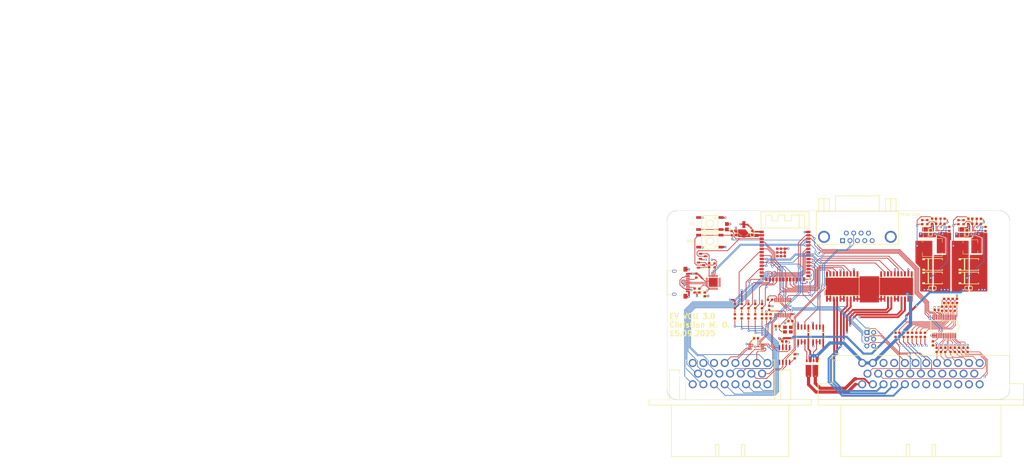
<source format=kicad_pcb>
(kicad_pcb (version 20241229) (generator "pcbnew") (generator_version "9.0")
  (layers (0 "F.Cu" signal) (4 "In1.Cu" signal) (6 "In2.Cu" signal) (2 "B.Cu" signal) (13 "F.Paste" user) (15 "B.Paste" user) (5 "F.SilkS" user "F.Silkscreen") (7 "B.SilkS" user "B.Silkscreen") (1 "F.Mask" user) (3 "B.Mask" user) (25 "Edge.Cuts" user))
  (net 0 "")
  (net 1 "GND")
  (net 2 "+3.3V")
  (net 3 "VBUS")
  (net 4 "+12V")
  (net 5 "+5V")
  (net 6 "/esp32S3/RX")
  (net 7 "/esp32S3/EN")
  (net 8 "/esp32S3/TX")
  (net 9 "/PowerMGMT/PWI0")
  (net 10 "+12P")
  (net 11 "/PowerMGMT/LPWI2")
  (net 12 "/PowerMGMT/LPWI3")
  (net 13 "/PowerMGMT/LPWI0")
  (net 14 "/PowerMGMT/LPWI1")
  (net 15 "/PowerMGMT/PWI1")
  (net 16 "/PowerMGMT/LPWI4")
  (net 17 "/PowerMGMT/LPWI5")
  (net 18 "/PowerMGMT/LPWI6")
  (net 19 "/PowerMGMT/LPWI7")
  (net 20 "/esp32S3/BOOT")
  (net 21 "/Connector/MISO")
  (net 22 "/esp32S3/EXT_CS")
  (net 23 "/Connector/SCK")
  (net 24 "/Connector/MOSI")
  (net 25 "/Connector/IO4")
  (net 26 "/esp32S3/IO2")
  (net 27 "/Connector/IO3")
  (net 28 "/esp32S3/IO1")
  (net 29 "/e/P1")
  (net 30 "/e/P2")
  (net 31 "/e/P3")
  (net 32 "/Connector/LPWO1")
  (net 33 "/Connector/LPWO0")
  (net 34 "/Connector/LPWO2")
  (net 35 "/Connector/LPWO3")
  (net 36 "/Connector/LPWO4")
  (net 37 "/Connector/LPWO5")
  (net 38 "/Connector/LPWO6")
  (net 39 "/Connector/LPWO7")
  (net 40 "/Connector/PWO0")
  (net 41 "/Connector/PWO1")
  (net 42 "/Connector/SCL")
  (net 43 "/Connector/SDA")
  (net 44 "/Connector/P1H")
  (net 45 "/Connector/P2H")
  (net 46 "/Connector/P3H")
  (net 47 "/Connector/P4H")
  (net 48 "/Connector/P5H")
  (net 49 "/e/P4")
  (net 50 "/e/P5")
  (net 51 "/Connector/CAN_L")
  (net 52 "/Connector/CAN_H")
  (net 53 "/Connector/A2")
  (net 54 "/Connector/A0")
  (net 55 "/Connector/A1")
  (net 56 "/Connector/A3")
  (net 57 "Net-(U201-FB)")
  (net 58 "Net-(U202-FB)")
  (net 59 "Net-(U303-VDD)")
  (net 60 "Net-(U402-OSC1)")
  (net 61 "Net-(U402-OSC2)")
  (net 66 "Net-(U201-SW)")
  (net 67 "Net-(U202-SW)")
  (net 68 "Net-(U201-PG)")
  (net 69 "Net-(U201-EN)")
  (net 70 "Net-(R203-Pad1)")
  (net 71 "Net-(U202-PG)")
  (net 72 "Net-(U202-EN)")
  (net 73 "Net-(R209-Pad1)")
  (net 74 "Net-(U303-DTR)")
  (net 75 "Net-(U302-B)")
  (net 76 "Net-(U302-E)")
  (net 77 "Net-(U304-B)")
  (net 78 "Net-(U305-CC1)")
  (net 79 "Net-(U305-CC2)")
  (net 80 "Net-(U402-RESET#)")
  (net 81 "Net-(U402-TX0RTS#)")
  (net 82 "Net-(U401-RS)")
  (net 83 "/Connector/P1HE")
  (net 84 "/e/CAN_CS")
  (net 85 "Net-(U604-GPB6)")
  (net 86 "/e/CAN_IN")
  (net 87 "/Connector/P2HE")
  (net 88 "Net-(U604-GPB5)")
  (net 89 "/e/TXCAN")
  (net 90 "/e/RXCAN")
  (net 94 "Net-(U303-D-)")
  (net 109 "Net-(U303-D+)")
  (net 129 "Net-(U603B-G2)")
  (net 131 "Net-(U603A-G1)")
  (net 133 "Net-(U604-GPB4)")
  (net 134 "/Connector/P3HE")
  (net 135 "Net-(U604-GPB3)")
  (net 136 "/Connector/P4HE")
  (net 137 "Net-(U604-GPB2)")
  (net 138 "/Connector/P5HE")
  (net 139 "/Connector/P6HE")
  (net 140 "Net-(U604-GPB1)")
  (net 141 "/Connector/P7HE")
  (net 142 "Net-(U604-GPB0)")
  (net 143 "Net-(U604-GPB7)")
  (net 144 "/Connector/P0HE")
  (net 145 "/Connector/P0LE")
  (net 146 "/Connector/P1LE")
  (net 147 "/Connector/P2LE")
  (net 148 "/Connector/P3LE")
  (net 149 "/Connector/P4LE")
  (net 150 "/Connector/P5LE")
  (net 151 "/Connector/P6LE")
  (net 152 "/Connector/P7LE")
  (net 153 "Net-(U604-RESET#)")
  (net 154 "/Connector/DIO0")
  (net 155 "/Connector/DIO1")
  (net 156 "/e/INTA")
  (net 157 "/e/INTB")
  (net 158 "/Connector/DIO2")
  (net 159 "/Connector/DIO3")
  (footprint "footprint:R0603" (layer "F.Cu") (at 196.2 101.6 -90)
    (property "Reference" "R621" (hide yes))
    (property "Value" "7.5k")
  )
  (footprint "footprint:R0603" (layer "F.Cu") (at 202.010985 54.329831)
    (property "Reference" "R212" (hide yes))
    (property "Value" "30k")
  )
  (footprint "footprint:R0603" (layer "F.Cu") (at 121.42 89.01 -90)
    (property "Reference" "R407" (hide yes))
    (property "Value" "7.5k")
  )
  (footprint "footprint:R0603" (layer "F.Cu") (at 180.2 95.953366 -90)
    (property "Reference" "R607" (hide yes))
    (property "Value" "7.5k")
  )
  (footprint "footprint:R0603" (layer "F.Cu") (at 192.2 83.2 -90)
    (property "Reference" "R602" (hide yes))
    (property "Value" "2.7k")
  )
  (footprint "footprint:R0603" (layer "F.Cu") (at 205.185985 54.329831 180)
    (property "Reference" "R210" (hide yes))
    (property "Value" "30k")
  )
  (footprint "footprint:R0603" (layer "F.Cu") (at 188.435 54.31)
    (property "Reference" "R206" (hide yes))
    (property "Value" "10k")
  )
  (footprint "footprint:C0603" (layer "F.Cu") (at 120.34 57.67 90)
    (property "Reference" "C303" (hide yes))
    (property "Value" "100nF")
  )
  (footprint "footprint:C0603" (layer "F.Cu") (at 187.165 57.485 90)
    (property "Reference" "C202" (hide yes))
    (property "Value" "100nF")
  )
  (footprint "footprint:C0603" (layer "F.Cu") (at 102.513332 80.785015 -90)
    (property "Reference" "C305" (hide yes))
    (property "Value" "100nF")
  )
  (footprint "MountingHole:MountingHole_3.2mm_M3_DIN965" (layer "F.Cu") (at 212.8 101.6)
    (property "Reference" "H602" (hide yes))
    (property "Value" "MountingHole")
  )
  (footprint "footprint:C0805" (layer "F.Cu") (at 185.26 57.485 90)
    (property "Reference" "C201" (hide yes))
    (property "Value" "10uF")
  )
  (footprint "footprint:C0603" (layer "F.Cu") (at 189.4 86.6 180)
    (property "Reference" "C601" (hide yes))
    (property "Value" "100nF")
  )
  (footprint "MountingHole:MountingHole_3.2mm_M3_DIN965" (layer "F.Cu") (at 92.4 101.8)
    (property "Reference" "H603" (hide yes))
    (property "Value" "MountingHole")
  )
  (footprint "MountingHole:MountingHole_3.2mm_M3_DIN965" (layer "F.Cu") (at 212.8 53.4)
    (property "Reference" "H601" (hide yes))
    (property "Value" "MountingHole")
  )
  (footprint "footprint:R0603" (layer "F.Cu") (at 192.6 101.6 -90)
    (property "Reference" "R619" (hide yes))
    (property "Value" "7.5k")
  )
  (footprint "footprint:R0603" (layer "F.Cu") (at 191.61 54.31 180)
    (property "Reference" "R204" (hide yes))
    (property "Value" "30k")
  )
  (footprint "test:CONN-TH_776087-1" (layer "F.Cu") (at 112 110.5)
    (property "Reference" "U606" (hide yes))
    (property "Value" "776087-1")
  )
  (footprint "footprint:R0603" (layer "F.Cu") (at 178.6 95.953366 -90)
    (property "Reference" "R605" (hide yes))
    (property "Value" "7.5k")
  )
  (footprint "footprint:R0603" (layer "F.Cu") (at 99.338332 73.73499 -90)
    (property "Reference" "R307" (hide yes))
    (property "Value" "5.1k")
  )
  (footprint "footprint:R0603" (layer "F.Cu") (at 193 86.153366 -90)
    (property "Reference" "R604" (hide yes))
    (property "Value" "2.7k")
  )
  (footprint "footprint:CRYSTAL-SMD_4P-L3.2-W2.5-BL" (layer "F.Cu") (at 133.67 93.985 180)
    (property "Reference" "X401" (hide yes))
    (property "Value" "K3A160002010")
  )
  (footprint "footprint:R0603" (layer "F.Cu") (at 136.21 104.026634 90)
    (property "Reference" "R403" (hide yes))
    (property "Value" "10")
  )
  (footprint "footprint:C0805" (layer "F.Cu") (at 110.8 55.4 -90)
    (property "Reference" "C301" (hide yes))
    (property "Value" "1uF")
  )
  (footprint "footprint:SOIC127P1030X265-20N" (layer "F.Cu") (at 174.335178 77.803417 -90)
    (property "Reference" "IC603" (hide yes))
    (property "Value" "BTS716GB" (hide yes))
  )
  (footprint "footprint:SOT-563-6_L1.6-W1.2-P0.5-LS1.6-BR" (layer "F.Cu") (at 189.705 57.485 -90)
    (property "Reference" "U201" (hide yes))
    (property "Value" "TPS564257DRLR")
  )
  (footprint "footprint:CAP-SMD_L7.3-W4.3-L-FD" (layer "F.Cu") (at 187.8 69.55)
    (property "Reference" "C204" (hide yes))
    (property "Value" "22uF")
  )
  (footprint "footprint:CAP-SMD_L7.3-W4.3-L-FD" (layer "F.Cu") (at 187.8 74.63)
    (property "Reference" "C205" (hide yes))
    (property "Value" "22uF")
  )
  (footprint "footprint:R0603" (layer "F.Cu") (at 191.61 52.405)
    (property "Reference" "R202" (hide yes))
    (property "Value" "210k")
  )
  (footprint "footprint:SOIC127P1030X265-20N" (layer "F.Cu") (at 154 77.8 -90)
    (property "Reference" "IC602" (hide yes))
    (property "Value" "BTS716GB" (hide yes))
  )
  (footprint "footprint:R0603" (layer "F.Cu") (at 183.99 53.675 -90)
    (property "Reference" "R203" (hide yes))
    (property "Value" "43k")
  )
  (footprint "footprint:CAP-SMD_L7.3-W4.3-L-FD" (layer "F.Cu") (at 201.375985 74.649831)
    (property "Reference" "C211" (hide yes))
    (property "Value" "22uF")
  )
  (footprint "footprint:SSOP-28_L10.2-W5.3-P0.65-LS7.8-BL" (layer "F.Cu") (at 192.280251 92.8 180)
    (property "Reference" "U604" (hide yes))
    (property "Value" "MCP23017-E/SS")
  )
  (footprint "footprint:R0603" (layer "F.Cu") (at 116.34 89.01 -90)
    (property "Reference" "R405" (hide yes))
    (property "Value" "7.5k")
  )
  (footprint "footprint:DB9-TH_D-SUB-DR-9PCM-CB" (layer "F.Cu") (at 159.7 59.200127 180)
    (property "Reference" "U507" (hide yes))
    (property "Value" "D-SUB-DR-9PCM-CB")
  )
  (footprint "footprint:R0603" (layer "F.Cu") (at 197.565985 53.694831 -90)
    (property "Reference" "R209" (hide yes))
    (property "Value" "10k")
  )
  (footprint "footprint:R0603" (layer "F.Cu") (at 123.96 85.2 -90)
    (property "Reference" "R415" (hide yes))
    (property "Value" "2.7k")
  )
  (footprint "footprint:QFN-28_L5.0-W5.0-P0.50-TL-EP3.3" (layer "F.Cu") (at 105.688332 76.27499)
    (property "Reference" "U303" (hide yes))
    (property "Value" "CP2102N-A02-GQFN28R")
  )
  (footprint "footprint:C0603" (layer "F.Cu") (at 201.375985 78.414061)
    (property "Reference" "C212" (hide yes))
    (property "Value" "100nF")
  )
  (footprint "footprint:R0603" (layer "F.Cu") (at 191.4 86.153366 -90)
    (property "Reference" "R616" (hide yes))
    (property "Value" "2.7k")
  )
  (footprint "MountingHole:MountingHole_3.2mm_M3_DIN965" (layer "F.Cu") (at 92.4 53.4)
    (property "Reference" "H604" (hide yes))
    (property "Value" "MountingHole")
  )
  (footprint "footprint:R0603" (layer "F.Cu") (at 185.895 53.675 90)
    (property "Reference" "R205" (hide yes))
    (property "Value" "2.2k")
  )
  (footprint "footprint:R0603" (layer "F.Cu") (at 113.355 57.035 180)
    (property "Reference" "R301" (hide yes))
    (property "Value" "10k")
  )
  (footprint "footprint:R0603" (layer "F.Cu") (at 194.15 56.215 90)
    (property "Reference" "R201" (hide yes))
    (property "Value" "10k")
  )
  (footprint "test:SW-SMD_4P-L6.0-W6.0-P4.50-LS9.0-H7.3" (layer "F.Cu") (at 104.4 54.2)
    (property "Reference" "U607" (hide yes))
    (property "Value" "HX-6X6X7_3-TP_FT_SQUARE_BUTTON")
  )
  (footprint "footprint:R0603" (layer "F.Cu") (at 199.470985 53.694831 -90)
    (property "Reference" "R211" (hide yes))
    (property "Value" "210k")
  )
  (footprint "footprint:TSSOP-20_L6.5-W4.4-P0.65-LS6.4-BL" (layer "F.Cu") (at 131.765 85.73)
    (property "Reference" "U402" (hide yes))
    (property "Value" "MCP2515-I/ST")
  )
  (footprint "footprint:R0603" (layer "F.Cu") (at 188 99.153366 -90)
    (property "Reference" "R625" (hide yes))
    (property "Value" "7.5k")
  )
  (footprint "footprint:R0603" (layer "F.Cu") (at 118.88 89.01 -90)
    (property "Reference" "R406" (hide yes))
    (property "Value" "7.5k")
  )
  (footprint "footprint:R0603" (layer "F.Cu") (at 193.8 83.2 -90)
    (property "Reference" "R606" (hide yes))
    (property "Value" "2.7k")
  )
  (footprint "footprint:R0603" (layer "F.Cu") (at 125.6 89 90)
    (property "Reference" "R303" (hide yes))
    (property "Value" "2.2k")
  )
  (footprint "footprint:PDFN-8_L5.9-W5.2-P1.27-LS6.2-BL-1" (layer "F.Cu") (at 142.663405 108.457969 180)
    (property "Reference" "U603" (hide yes))
    (property "Value" "VBQA4317")
  )
  (footprint "footprint:IND-SMD_L7.3-W6.6" (layer "F.Cu") (at 187.8 63.2)
    (property "Reference" "L201" (hide yes))
    (property "Value" "3.3uH")
  )
  (footprint "footprint:R0603" (layer "F.Cu") (at 174 95.953366 -90)
    (property "Reference" "R615" (hide yes))
    (property "Value" "7.5k")
  )
  (footprint "footprint:R0603" (layer "F.Cu") (at 191 101.6 -90)
    (property "Reference" "R618" (hide yes))
    (property "Value" "7.5k")
  )
  (footprint "footprint:R0603" (layer "F.Cu") (at 116.34 85.2 -90)
    (property "Reference" "R412" (hide yes))
    (property "Value" "2.7k")
  )
  (footprint "footprint:IND-SMD_L5.4-W5.2" (layer "F.Cu") (at 202.040937 62.973359)
    (property "Reference" "U203" (hide yes))
    (property "Value" "SLO0530H4R7MTT")
  )
  (footprint "footprint:USB-C-SMD_YTC-TC16S-24" (layer "F.Cu") (at 93.630779 76.4 -90)
    (property "Reference" "U305" (hide yes))
    (property "Value" "YTC-TC16S-24")
  )
  (footprint "footprint:R0603" (layer "F.Cu") (at 201 101.6 -90)
    (property "Reference" "R624" (hide yes))
    (property "Value" "7.5k")
  )
  (footprint "footprint:SOIC-8_L4.9-W3.9-P1.27-LS6.0-BL" (layer "F.Cu") (at 139.4 95.8 180)
    (property "Reference" "U601" (hide yes))
    (property "Value" "TC4429COA")
  )
  (footprint "footprint:C0603" (layer "F.Cu") (at 134.6 90.81)
    (property "Reference" "C402" (hide yes))
    (property "Value" "22pF")
  )
  (footprint "footprint:R0603" (layer "F.Cu") (at 121.42 85.2 -90)
    (property "Reference" "R414" (hide yes))
    (property "Value" "2.7k")
  )
  (footprint "footprint:C0603" (layer "F.Cu") (at 202.010985 52.424831 180)
    (property "Reference" "C209" (hide yes))
    (property "Value" "10pF")
  )
  (footprint "footprint:C0603" (layer "F.Cu") (at 187.8 78.44)
    (property "Reference" "C206" (hide yes))
    (property "Value" "100nF")
  )
  (footprint "footprint:R0603" (layer "F.Cu") (at 181.8 95.953366 -90)
    (property "Reference" "R609" (hide yes))
    (property "Value" "7.5k")
  )
  (footprint "footprint:R0603" (layer "F.Cu") (at 196.2 86.153366 -90)
    (property "Reference" "R612" (hide yes))
    (property "Value" "2.7k")
  )
  (footprint "footprint:SOT-23-3_L2.9-W1.3-P1.90-LS2.4-BR" (layer "F.Cu") (at 101.878332 66.49599 180)
    (property "Reference" "U302" (hide yes))
    (property "Value" "BC817")
  )
  (footprint "footprint:R0603" (layer "F.Cu") (at 177 95.953366 -90)
    (property "Reference" "R603" (hide yes))
    (property "Value" "7.5k")
  )
  (footprint "footprint:SOIC-8_L4.9-W3.9-P1.27-LS6.0-BL" (layer "F.Cu") (at 145 95.8 180)
    (property "Reference" "U602" (hide yes))
    (property "Value" "TC4429COA")
  )
  (footprint "footprint:R0603" (layer "F.Cu") (at 113.4 58.6)
    (property "Reference" "R304" (hide yes))
    (property "Value" "10k")
  )
  (footprint "footprint:R0603" (layer "F.Cu") (at 123.96 89.01 -90)
    (property "Reference" "R408" (hide yes))
    (property "Value" "7.5k")
  )
  (footprint "footprint:R0603" (layer "F.Cu") (at 104.164332 69.79799 -90)
    (property "Reference" "R305" (hide yes))
    (property "Value" "10k")
  )
  (footprint "test:CONN-TH_776163-1" (layer "F.Cu") (at 183.500051 110.499873)
    (property "Reference" "U605" (hide yes))
    (property "Value" "776163-1")
  )
  (footprint "footprint:C0603" (layer "F.Cu") (at 200.740985 57.504831 90)
    (property "Reference" "C208" (hide yes))
    (property "Value" "100nF")
  )
  (footprint "footprint:R0603" (layer "F.Cu") (at 197.8 101.6 -90)
    (property "Reference" "R622" (hide yes))
    (property "Value" "7.5k")
  )
  (footprint "footprint:HDR-TH_6P-P2.54-V-M-R2-C3-S2.54-1" (layer "F.Cu") (at 164.529997 97.6 -90)
    (property "Reference" "H302" (hide yes))
    (property "Value" "2x3")
  )
  (footprint "footprint:R0603" (layer "F.Cu") (at 197 83.2 -90)
    (property "Reference" "R614" (hide yes))
    (property "Value" "2.7k")
  )
  (footprint "footprint:C0603" (layer "F.Cu") (at 121.734975 97.225 180)
    (property "Reference" "C404" (hide yes))
    (property "Value" "100nF")
  )
  (footprint "footprint:R0603" (layer "F.Cu") (at 126.939 82.809)
    (property "Reference" "R401" (hide yes))
    (property "Value" "10k")
  )
  (footprint "footprint:R0603" (layer "F.Cu") (at 205.185985 52.424831)
    (property "Reference" "R208" (hide yes))
    (property "Value" "210k")
  )
  (footprint "footprint:R0603" (layer "F.Cu") (at 113.8 89.01 -90)
    (property "Reference" "R404" (hide yes))
    (property "Value" "7.5k")
  )
  (footprint "footprint:SOIC-8_L4.9-W3.9-P1.27-LS6.0-BL" (layer "F.Cu") (at 132.4 103.51 180)
    (property "Reference" "U401" (hide yes))
    (property "Value" "MCP2551-I/SN")
  )
  (footprint "footprint:R0603" (layer "F.Cu") (at 194.6 86.153366 -90)
    (property "Reference" "R608" (hide yes))
    (property "Value" "2.7k")
  )
  (footprint "footprint:C0603" (layer "F.Cu") (at 188.435 52.405 180)
    (property "Reference" "C203" (hide yes))
    (property "Value" "10pF")
  )
  (footprint "footprint:R0603" (layer "F.Cu") (at 185 95.953366 -90)
    (property "Reference" "R613" (hide yes))
    (property "Value" "7.5k")
  )
  (footprint "footprint:CAP-SMD_L7.3-W4.3-L-FD" (layer "F.Cu") (at 201.375985 69.569831)
    (property "Reference" "C210" (hide yes))
    (property "Value" "22uF")
  )
  (footprint "footprint:R0603" (layer "F.Cu") (at 194.6 101.6 -90)
    (property "Reference" "R620" (hide yes))
    (property "Value" "7.5k")
  )
  (footprint "footprint:R0603" (layer "F.Cu") (at 127.2 89 90)
    (property "Reference" "R302" (hide yes))
    (property "Value" "2.2k")
  )
  (footprint "footprint:WIRELM-SMD_ESP32-S3-WROOM-1" (layer "F.Cu") (at 132.6 66.238513)
    (property "Reference" "U301" (hide yes))
    (property "Value" "ESP32-S3-WROOM-1(N8R2)")
  )
  (footprint "footprint:SOT-563-6_L1.6-W1.2-P0.5-LS1.6-BR" (layer "F.Cu") (at 203.280985 57.504831 -90)
    (property "Reference" "U202" (hide yes))
    (property "Value" "TPS564257DRLR")
  )
  (footprint "test:SW-SMD_4P-L6.0-W6.0-P4.50-LS9.0-H7.3" (layer "F.Cu") (at 104.4 60.8 180)
    (property "Reference" "U608" (hide yes))
    (property "Value" "HX-6X6X7_3-TP_FT_SQUARE_BUTTON")
  )
  (footprint "footprint:R0603" (layer "F.Cu") (at 183.4 95.953366 -90)
    (property "Reference" "R611" (hide yes))
    (property "Value" "7.5k")
  )
  (footprint "footprint:R0603" (layer "F.Cu") (at 175.4 95.953366 -90)
    (property "Reference" "R601" (hide yes))
    (property "Value" "7.5k")
  )
  (footprint "footprint:C0603" (layer "F.Cu") (at 132.334975 98.43)
    (property "Reference" "C401" (hide yes))
    (property "Value" "100nF")
  )
  (footprint "footprint:C0603" (layer "F.Cu") (at 129.794975 92.715)
    (property "Reference" "C403" (hide yes))
    (property "Value" "22pF")
  )
  (footprint "footprint:R0603" (layer "F.Cu") (at 118.88 85.2 -90)
    (property "Reference" "R413" (hide yes))
    (property "Value" "2.7k")
  )
  (footprint "footprint:R0603" (layer "F.Cu") (at 113.8 85.2 -90)
    (property "Reference" "R411" (hide yes))
    (property "Value" "2.7k")
  )
  (footprint "footprint:C0603" (layer "F.Cu") (at 100.511635 79.347771 -90)
    (property "Reference" "C304" (hide yes))
    (property "Value" "100nF")
  )
  (footprint "footprint:R0603" (layer "F.Cu") (at 189.4 101.6 -90)
    (property "Reference" "R617" (hide yes))
    (property "Value" "7.5k")
  )
  (footprint "footprint:R0603" (layer "F.Cu") (at 195.4 83.2 -90)
    (property "Reference" "R610" (hide yes))
    (property "Value" "2.7k")
  )
  (footprint "footprint:R0603" (layer "F.Cu") (at 98.703332 79.331624 90)
    (property "Reference" "R308" (hide yes))
    (property "Value" "5.1k")
  )
  (footprint "footprint:SOT-23-3_L2.9-W1.3-P1.90-LS2.4-BR" (layer "F.Cu") (at 101.116332 69.79799 180)
    (property "Reference" "U304" (hide yes))
    (property "Value" "BC817")
  )
  (footprint "footprint:CAP-SMD_BD4.0-L4.3-W4.3-LS5.1-FD" (layer "F.Cu") (at 117.165 56.4 90)
    (property "Reference" "C302" (hide yes))
    (property "Value" "22uF")
  )
  (footprint "footprint:VSSOP-10_L3.0-W3.0-P0.50-LS4.9-BL" (layer "F.Cu") (at 121.8 100.4 -90)
    (property "Reference" "U403" (hide yes))
    (property "Value" "ADS1015IDGST")
  )
  (footprint "footprint:C0805" (layer "F.Cu") (at 198.835985 57.504831 90)
    (property "Reference" "C207" (hide yes))
    (property "Value" "10uF")
  )
  (footprint "footprint:R0603" (layer "F.Cu") (at 106.196332 69.928475 -90)
    (property "Reference" "R306" (hide yes))
    (property "Value" "10k")
  )
  (footprint "footprint:R0603" (layer "F.Cu") (at 126.685 85.848366 90)
    (property "Reference" "R402" (hide yes))
    (property "Value" "210k")
  )
  (footprint "footprint:R0603" (layer "F.Cu") (at 199.4 101.6 -90)
    (property "Reference" "R623" (hide yes))
    (property "Value" "7.5k")
  )
  (footprint "footprint:R0603" (layer "F.Cu") (at 207.725985 56.234831 90)
    (property "Reference" "R207" (hide yes))
    (property "Value" "10k")
  )
  (gr_line (start 216.8 53.294077) (end 216.8 116.4) (stroke (width 0.1)) (layer "Edge.Cuts"))
  (gr_line (start 92.0941 49.4) (end 212.9059 49.4) (stroke (width 0.1)) (layer "Edge.Cuts"))
  (gr_arc (start 212.905923 49.4) (mid 215.659451 50.540549) (end 216.8 53.294077) (stroke (width 0.2)) (layer "Edge.Cuts"))
  (gr_arc (start 92.094077 120.249269) (mid 89.514599 119.2) (end 88.4 116.648071) (stroke (width 0.2)) (layer "Edge.Cuts"))
  (gr_arc (start 216.8 116.399998) (mid 215.750731 118.979478) (end 213.198802 120.094079) (stroke (width 0.2)) (layer "Edge.Cuts"))
  (gr_arc (start 88.4 53.094077) (mid 89.48197 50.48197) (end 92.094077 49.4) (stroke (width 0.2)) (layer "Edge.Cuts"))
  (gr_line (start 213.199764 120.094077) (end 92.094077 120.249269) (stroke (width 0.1)) (layer "Edge.Cuts"))
  (gr_line (start 88.400029 116.648071) (end 88.4 53.0941) (stroke (width 0.1)) (layer "Edge.Cuts"))
  (gr_text "BOOT\n" (at 97.6 60.8 0) (layer "F.SilkS") (effects (font (size 1 1))))
  (gr_text "EV VCU 3.0\nChristian M. O.\n15.09.2025\n" (at 89 96.6 0) (layer "F.SilkS") (effects (font (size 2 2) (thickness 0.4) (bold yes)) (justify left bottom)))
  (gr_text "PEAK CAN\n" (at 179.4 50.8 0) (layer "F.SilkS") (effects (font (size 1 1))))
  (gr_text "EN" (at 97.8 54.4 0) (layer "F.SilkS") (effects (font (size 1 1))))
  (segment (start 99.6 81.4) (end 99.6 80.133319) (width 0.6) (layer "F.Cu") (net 1))
  (segment (start 173.8 71.4) (end 173.8 72.736519) (width 0.25) (layer "F.Cu") (net 1))
  (segment (start 136 88.2) (end 134.733319 88.2) (width 0.6) (layer "F.Cu") (net 1))
  (segment (start 101.6 63.2) (end 100.333319 63.2) (width 0.6) (layer "F.Cu") (net 1))
  (segment (start 187.4 96.2) (end 188.736519 96.2) (width 0.25) (layer "F.Cu") (net 1))
  (segment (start 96.6 81.6) (end 95.333319 81.6) (width 0.6) (layer "F.Cu") (net 1))
  (segment (start 103.310887 75.775117) (end 102.568507 75.775117) (width 0.25) (layer "F.Cu") (net 1))
  (segment (start 133.8 63.6) (end 132.533319 63.6) (width 0.6) (layer "F.Cu") (net 1))
  (segment (start 96.6 80.071787) (end 96.178226 79.650013) (width 0.6) (layer "F.Cu") (net 1))
  (segment (start 191.4 83.246634) (end 192.2 82.446634) (width 0.2) (layer "F.Cu") (net 1))
  (segment (start 112 54.4) (end 110.733319 54.4) (width 0.6) (layer "F.Cu") (net 1))
  (segment (start 98 73) (end 99.266681 73) (width 0.6) (layer "F.Cu") (net 1))
  (segment (start 143 91.4) (end 143.094996 91.494996) (width 0.6) (layer "F.Cu") (net 1))
  (segment (start 124 83.2) (end 124 84.466681) (width 0.6) (layer "F.Cu") (net 1))
  (segment (start 194.6 83.246634) (end 193.8 82.446634) (width 0.2) (layer "F.Cu") (net 1))
  (segment (start 143.094996 91.494996) (end 143.094996 93.027584) (width 0.6) (layer "F.Cu") (net 1))
  (segment (start 113.8 83.333319) (end 113.8 84.446634) (width 0.6) (layer "F.Cu") (net 1))
  (segment (start 134 98.8) (end 133.736519 98.536519) (width 0.25) (layer "F.Cu") (net 1))
  (segment (start 192.245 54.31) (end 190.975 55.58) (width 0.25) (layer "F.Cu") (net 1))
  (segment (start 121.4 83.2) (end 121.4 84.466681) (width 0.6) (layer "F.Cu") (net 1))
  (segment (start 193 85.4) (end 193 83.246634) (width 0.2) (layer "F.Cu") (net 1))
  (segment (start 119.449987 99.400127) (end 119.449987 98.809963) (width 0.25) (layer "F.Cu") (net 1))
  (segment (start 105.188459 75.775117) (end 103.310887 75.775117) (width 0.25) (layer "F.Cu") (net 1))
  (segment (start 194.6 83.246634) (end 195.4 82.446634) (width 0.2) (layer "F.Cu") (net 1))
  (segment (start 137.4 103.2) (end 136.133319 103.2) (width 0.6) (layer "F.Cu") (net 1))
  (segment (start 132.499924 65.063634) (end 132.499924 66.463684) (width 0.2) (layer "F.Cu") (net 1))
  (segment (start 119.449987 98.809963) (end 121.03495 97.225) (width 0.25) (layer "F.Cu") (net 1))
  (segment (start 196.2 83.246634) (end 197 82.446634) (width 0.2) (layer "F.Cu") (net 1))
  (segment (start 99.775014 72.981624) (end 101.67138 74.87799) (width 0.6) (layer "F.Cu") (net 1))
  (segment (start 188.6 85.6) (end 188.6 86.736519) (width 0.25) (layer "F.Cu") (net 1))
  (segment (start 119.449987 100.399873) (end 120.400114 100.399873) (width 0.25) (layer "F.Cu") (net 1))
  (segment (start 137.494996 100.105004) (end 137.494996 98.572416) (width 0.6) (layer "F.Cu") (net 1))
  (segment (start 99.338332 72.981624) (end 99.775014 72.981624) (width 0.6) (layer "F.Cu") (net 1))
  (segment (start 193 83.246634) (end 193.8 82.446634) (width 0.2) (layer "F.Cu") (net 1))
  (segment (start 120.663567 57.293542) (end 120.34 56.969975) (width 0.6) (layer "F.Cu") (net 1))
  (segment (start 110.2 52) (end 108.933319 52) (width 0.6) (layer "F.Cu") (net 1))
  (segment (start 137.4 100.2) (end 137.494996 100.105004) (width 0.6) (layer "F.Cu") (net 1))
  (segment (start 115.833318 54.4) (end 117.099999 54.4) (width 0.6) (layer "F.Cu") (net 1))
  (segment (start 120.400114 100.399873) (end 120.53 100.269987) (width 0.25) (layer "F.Cu") (net 1))
  (segment (start 132.499924 65.063634) (end 132.499924 63.663583) (width 0.2) (layer "F.Cu") (net 1))
  (segment (start 190.655156 89.344831) (end 190.655156 88.401092) (width 0.3) (layer "F.Cu") (net 1))
  (segment (start 98.703332 80.08499) (end 100.474441 80.08499) (width 0.6) (layer "F.Cu") (net 1))
  (segment (start 137.4 91.4) (end 137.494996 91.494996) (width 0.6) (layer "F.Cu") (net 1))
  (segment (start 194.6 85.4) (end 194.6 83.246634) (width 0.2) (layer "F.Cu") (net 1))
  (segment (start 153.4 71.6) (end 153.4 72.936519) (width 0.25) (layer "F.Cu") (net 1))
  (segment (start 120.34 56.969975) (end 120.34 56.4) (width 0.6) (layer "F.Cu") (net 1))
  (segment (start 197 81.2) (end 197 82.536519) (width 0.25) (layer "F.Cu") (net 1))
  (segment (start 205.820985 54.329831) (end 204.550985 55.599831) (width 0.25) (layer "F.Cu") (net 1))
  (segment (start 133.035 98.43) (end 133.035001 100.737584) (width 0.25) (layer "F.Cu") (net 1))
  (segment (start 110.2 63) (end 108.933319 63) (width 0.6) (layer "F.Cu") (net 1))
  (segment (start 113.266681 82.8) (end 113.8 83.333319) (width 0.6) (layer "F.Cu") (net 1))
  (segment (start 120.53 100.269987) (end 120.53 99.530013) (width 0.25) (layer "F.Cu") (net 1))
  (segment (start 158.4 71.4) (end 158.4 72.666681) (width 0.6) (layer "F.Cu") (net 1))
  (segment (start 116.34 84.446634) (end 116.34 79.26) (width 0.6) (layer "F.Cu") (net 1))
  (segment (start 118.540025 54.600025) (end 117.165 54.600025) (width 0.6) (layer "F.Cu") (net 1))
  (segment (start 196.2 85.4) (end 196.2 83.246634) (width 0.2) (layer "F.Cu") (net 1))
  (segment (start 118.2 99.4) (end 119.536519 99.4) (width 0.25) (layer "F.Cu") (net 1))
  (segment (start 132.499924 63.663583) (end 129.699822 63.663583) (width 0.2) (layer "F.Cu") (net 1))
  (segment (start 133.736519 98.536519) (end 133 98.536519) (width 0.25) (layer "F.Cu") (net 1))
  (segment (start 189.4 87.6) (end 188.699975 86.899975) (width 0.3) (layer "F.Cu") (net 1))
  (segment (start 96.6 81.6) (end 96.6 80.071787) (width 0.6) (layer "F.Cu") (net 1))
  (segment (start 101.6 52) (end 100.333319 52) (width 0.6) (layer "F.Cu") (net 1))
  (segment (start 123.654936 57.293542) (end 120.663567 57.293542) (width 0.6) (layer "F.Cu") (net 1))
  (segment (start 190.655156 88.401092) (end 189.854064 87.6) (width 0.3) (layer "F.Cu") (net 1))
  (segment (start 137.494996 91.494996) (end 137.494996 93.027584) (width 0.6) (layer "F.Cu") (net 1))
  (segment (start 196.2 83.246634) (end 195.4 82.446634) (width 0.2) (layer "F.Cu") (net 1))
  (segment (start 188.705194 96.255169) (end 189.355181 96.255169) (width 0.25) (layer "F.Cu") (net 1))
  (segment (start 98 73) (end 96.328239 73) (width 0.6) (layer "F.Cu") (net 1))
  (segment (start 143.2 100.2) (end 143.094996 100.094996) (width 0.6) (layer "F.Cu") (net 1))
  (segment (start 133.899975 90.81) (end 133.327375 90.81) (width 0.2) (layer "F.Cu") (net 1))
  (segment (start 103.8 81.4) (end 102.533319 81.4) (width 0.6) (layer "F.Cu") (net 1))
  (segment (start 133.327375 90.81) (end 132.568687 91.568688) (width 0.2) (layer "F.Cu") (net 1))
  (segment (start 96.6 71.4) (end 95.333319 71.4) (width 0.6) (layer "F.Cu") (net 1))
  (segment (start 120.34 56.4) (end 118.540025 54.600025) (width 0.6) (layer "F.Cu") (net 1))
  (segment (start 120.400114 99.400127) (end 119.449987 99.400127) (width 0.25) (layer "F.Cu") (net 1))
  (segment (start 129.2 94) (end 129.2 92.663481) (width 0.25) (layer "F.Cu") (net 1))
  (segment (start 129.699822 65.063634) (end 132.499924 65.063634) (width 0.2) (layer "F.Cu") (net 1))
  (segment (start 96.328239 73) (end 96.178226 73.150013) (width 0.6) (layer "F.Cu") (net 1))
  (segment (start 118.8 83.2) (end 118.8 84.466681) (width 0.6) (layer "F.Cu") (net 1))
  (segment (start 112 82.8) (end 113.266681 82.8) (width 0.6) (layer "F.Cu") (net 1))
  (segment (start 189.854064 87.6) (end 189.4 87.6) (width 0.3) (layer "F.Cu") (net 1))
  (segment (start 178.8 71.4) (end 178.8 72.666681) (width 0.6) (layer "F.Cu") (net 1))
  (segment (start 132.499924 66.463684) (end 129.699822 66.463684) (width 0.2) (layer "F.Cu") (net 1))
  (segment (start 140 57.4) (end 141.266681 57.4) (width 0.6) (layer "F.Cu") (net 1))
  (segment (start 191.4 85.4) (end 191.4 83.246634) (width 0.2) (layer "F.Cu") (net 1))
  (segment (start 120.53 99.530013) (end 120.400114 99.400127) (width 0.25) (layer "F.Cu") (net 1))
  (segment (start 193 83.246634) (end 192.2 82.446634) (width 0.2) (layer "F.Cu") (net 1))
  (segment (start 102.568507 75.775117) (end 101.67138 74.87799) (width 0.25) (layer "F.Cu") (net 1))
  (segment (start 143.094996 100.094996) (end 143.094996 98.572416) (width 0.6) (layer "F.Cu") (net 1))
  (via (at 191.2 79) (size 0.8) (drill 0.4) (layers "F.Cu" "B.Cu") (net 1))
  (via (at 137.4 91.4) (size 0.8) (drill 0.4) (layers "F.Cu" "B.Cu") (net 1))
  (via (at 201.375985 55.599831) (size 0.8) (drill 0.4) (layers "F.Cu" "B.Cu") (net 1))
  (via (at 132.568687 91.568688) (size 0.8) (drill 0.4) (layers "F.Cu" "B.Cu") (net 1))
  (via (at 206.4 79) (size 0.8) (drill 0.4) (layers "F.Cu" "B.Cu") (net 1))
  (via (at 103.8 81.4) (size 0.8) (drill 0.4) (layers "F.Cu" "B.Cu") (net 1))
  (via (at 187.8 55.58) (size 0.8) (drill 0.4) (layers "F.Cu" "B.Cu") (net 1))
  (via (at 115.833318 54.4) (size 0.8) (drill 0.4) (layers "F.Cu" "B.Cu") (net 1))
  (via (at 118.2 99.4) (size 0.8) (drill 0.4) (layers "F.Cu" "B.Cu") (net 1))
  (via (at 192.4 79) (size 0.8) (drill 0.4) (layers "F.Cu" "B.Cu") (net 1))
  (via (at 137.4 100.2) (size 0.8) (drill 0.4) (layers "F.Cu" "B.Cu") (net 1))
  (via (at 112 54.4) (size 0.8) (drill 0.4) (layers "F.Cu" "B.Cu") (net 1))
  (via (at 158.4 71.4) (size 0.8) (drill 0.4) (layers "F.Cu" "B.Cu") (net 1))
  (via (at 204.550985 55.599831) (size 0.8) (drill 0.4) (layers "F.Cu" "B.Cu") (net 1))
  (via (at 99.6 81.4) (size 0.8) (drill 0.4) (layers "F.Cu" "B.Cu") (net 1))
  (via (at 116.308442 79.228442) (size 0.8) (drill 0.4) (layers "F.Cu" "B.Cu") (net 1))
  (via (at 197 81.2) (size 0.8) (drill 0.4) (layers "F.Cu" "B.Cu") (net 1))
  (via (at 178.8 71.4) (size 0.8) (drill 0.4) (layers "F.Cu" "B.Cu") (net 1))
  (via (at 112 82.8) (size 0.8) (drill 0.4) (layers "F.Cu" "B.Cu") (net 1))
  (via (at 143 91.4) (size 0.8) (drill 0.4) (layers "F.Cu" "B.Cu") (net 1))
  (via (at 173.8 71.4) (size 0.8) (drill 0.4) (layers "F.Cu" "B.Cu") (net 1))
  (via (at 110.2 52) (size 0.8) (drill 0.4) (layers "F.Cu" "B.Cu") (net 1))
  (via (at 153.4 71.6) (size 0.8) (drill 0.4) (layers "F.Cu" "B.Cu") (net 1))
  (via (at 129.2 94) (size 0.8) (drill 0.4) (layers "F.Cu" "B.Cu") (net 1))
  (via (at 193.6 79) (size 0.8) (drill 0.4) (layers "F.Cu" "B.Cu") (net 1))
  (via (at 137.4 103.2) (size 0.8) (drill 0.4) (layers "F.Cu" "B.Cu") (net 1))
  (via (at 121.4 83.2) (size 0.8) (drill 0.4) (layers "F.Cu" "B.Cu") (net 1))
  (via (at 188.6 85.6) (size 0.8) (drill 0.4) (layers "F.Cu" "B.Cu") (net 1))
  (via (at 98 73) (size 0.8) (drill 0.4) (layers "F.Cu" "B.Cu") (net 1))
  (via (at 101.6 63.2) (size 0.8) (drill 0.4) (layers "F.Cu" "B.Cu") (net 1))
  (via (at 205.2 79) (size 0.8) (drill 0.4) (layers "F.Cu" "B.Cu") (net 1))
  (via (at 96.6 81.6) (size 0.8) (drill 0.4) (layers "F.Cu" "B.Cu") (net 1))
  (via (at 96.6 71.4) (size 0.8) (drill 0.4) (layers "F.Cu" "B.Cu") (net 1))
  (via (at 136 88.2) (size 0.8) (drill 0.4) (layers "F.Cu" "B.Cu") (net 1))
  (via (at 187.4 96.2) (size 0.8) (drill 0.4) (layers "F.Cu" "B.Cu") (net 1))
  (via (at 205.185985 58.139831) (size 0.8) (drill 0.4) (layers "F.Cu" "B.Cu") (net 1))
  (via (at 110.2 63) (size 0.8) (drill 0.4) (layers "F.Cu" "B.Cu") (net 1))
  (via (at 143.2 100.2) (size 0.8) (drill 0.4) (layers "F.Cu" "B.Cu") (net 1))
  (via (at 124 83.2) (size 0.8) (drill 0.4) (layers "F.Cu" "B.Cu") (net 1))
  (via (at 191.61 58.12) (size 0.8) (drill 0.4) (layers "F.Cu" "B.Cu") (net 1))
  (via (at 207.4 79) (size 0.8) (drill 0.4) (layers "F.Cu" "B.Cu") (net 1))
  (via (at 134 98.8) (size 0.8) (drill 0.4) (layers "F.Cu" "B.Cu") (net 1))
  (via (at 133.8 63.6) (size 0.8) (drill 0.4) (layers "F.Cu" "B.Cu") (net 1))
  (via (at 190.975 55.58) (size 0.8) (drill 0.4) (layers "F.Cu" "B.Cu") (net 1))
  (via (at 140 57.4) (size 0.8) (drill 0.4) (layers "F.Cu" "B.Cu") (net 1))
  (via (at 101.6 52) (size 0.8) (drill 0.4) (layers "F.Cu" "B.Cu") (net 1))
  (via (at 118.8 83.2) (size 0.8) (drill 0.4) (layers "F.Cu" "B.Cu") (net 1))
  (segment (start 190.2 85.6) (end 190.2 86.936519) (width 0.25) (layer "F.Cu") (net 2))
  (segment (start 201 100.846634) (end 201 100.2) (width 0.3) (layer "F.Cu") (net 2))
  (segment (start 192.998366 55.461634) (end 192.88 55.58) (width 0.25) (layer "F.Cu") (net 2))
  (segment (start 199.4 100.846634) (end 199.4 100.2) (width 0.3) (layer "F.Cu") (net 2))
  (segment (start 194.6 100.846634) (end 194.6 100.2) (width 0.3) (layer "F.Cu") (net 2))
  (segment (start 186.959975 51.63) (end 183.495 51.63) (width 0.25) (layer "F.Cu") (net 2))
  (segment (start 189.4 99.2) (end 189.4 100.536519) (width 0.25) (layer "F.Cu") (net 2))
  (segment (start 192.6 100.846634) (end 192.6 100.2) (width 0.3) (layer "F.Cu") (net 2))
  (segment (start 194.15 55.461634) (end 192.998366 55.461634) (width 0.25) (layer "F.Cu") (net 2))
  (segment (start 196.2 100.846634) (end 196.2 100.2) (width 0.3) (layer "F.Cu") (net 2))
  (segment (start 122.435 97.225) (end 122.435 100.235) (width 0.25) (layer "F.Cu") (net 2))
  (segment (start 189.4 100.923317) (end 189.4 99.876683) (width 0.2) (layer "F.Cu") (net 2))
  (segment (start 125.6 87.2) (end 125.6 88.536519) (width 0.25) (layer "F.Cu") (net 2))
  (segment (start 190.100025 86.6) (end 190.100025 87.100025) (width 0.3) (layer "F.Cu") (net 2))
  (segment (start 182.601634 54.428366) (end 182.085 54.945) (width 0.25) (layer "F.Cu") (net 2))
  (segment (start 191 100.846634) (end 191 99.8) (width 0.3) (layer "F.Cu") (net 2))
  (segment (start 126.685 83.816366) (end 127.692366 82.809) (width 0.25) (layer "F.Cu") (net 2))
  (segment (start 127.2 88.246634) (end 125.6 88.246634) (width 0.25) (layer "F.Cu") (net 2))
  (segment (start 127.8 85.2) (end 126.463481 85.2) (width 0.25) (layer "F.Cu") (net 2))
  (segment (start 121.4 100.4) (end 122.736519 100.4) (width 0.25) (layer "F.Cu") (net 2))
  (segment (start 183.99 54.428366) (end 182.601634 54.428366) (width 0.25) (layer "F.Cu") (net 2))
  (segment (start 182.085 53.04) (end 182.085 54.945) (width 0.25) (layer "F.Cu") (net 2))
  (segment (start 122.435 100.235) (end 122.600127 100.400127) (width 0.25) (layer "F.Cu") (net 2))
  (segment (start 197.8 100.846634) (end 197.8 100.2) (width 0.3) (layer "F.Cu") (net 2))
  (segment (start 128.83993 82.859032) (end 127.742398 82.859032) (width 0.25) (layer "F.Cu") (net 2))
  (segment (start 190.100025 87.100025) (end 191.305143 88.305143) (width 0.3) (layer "F.Cu") (net 2))
  (segment (start 126.685 85.095) (end 126.685 83.816366) (width 0.25) (layer "F.Cu") (net 2))
  (segment (start 191.305143 88.305143) (end 191.305143 89.344831) (width 0.3) (layer "F.Cu") (net 2))
  (segment (start 187.734975 52.405) (end 186.959975 51.63) (width 0.25) (layer "F.Cu") (net 2))
  (segment (start 114.2 55.8) (end 114.2 57.136519) (width 0.25) (layer "F.Cu") (net 2))
  (segment (start 183.495 51.63) (end 182.085 53.04) (width 0.25) (layer "F.Cu") (net 2))
  (segment (start 122.600127 100.400127) (end 124.150013 100.400127) (width 0.25) (layer "F.Cu") (net 2))
  (segment (start 189.4 99.876683) (end 188.030049 99.876683) (width 0.2) (layer "F.Cu") (net 2))
  (via (at 192.6 99.8) (size 0.8) (drill 0.4) (layers "F.Cu" "B.Cu") (net 2))
  (via (at 186 79) (size 0.8) (drill 0.4) (layers "F.Cu" "B.Cu") (net 2))
  (via (at 199.4 99.8) (size 0.8) (drill 0.4) (layers "F.Cu" "B.Cu") (net 2))
  (via (at 192.88 55.58) (size 0.8) (drill 0.4) (layers "F.Cu" "B.Cu") (net 2))
  (via (at 197.8 99.8) (size 0.8) (drill 0.4) (layers "F.Cu" "B.Cu") (net 2))
  (via (at 182.085 62.565) (size 0.8) (drill 0.4) (layers "F.Cu" "B.Cu") (net 2))
  (via (at 121.4 100.4) (size 0.8) (drill 0.4) (layers "F.Cu" "B.Cu") (net 2))
  (via (at 125.6 87.2) (size 0.8) (drill 0.4) (layers "F.Cu" "B.Cu") (net 2))
  (via (at 196.2 99.8) (size 0.8) (drill 0.4) (layers "F.Cu" "B.Cu") (net 2))
  (via (at 201 99.8) (size 0.8) (drill 0.4) (layers "F.Cu" "B.Cu") (net 2))
  (via (at 114.2 55.8) (size 0.8) (drill 0.4) (layers "F.Cu" "B.Cu") (net 2))
  (via (at 191 99.8) (size 0.8) (drill 0.4) (layers "F.Cu" "B.Cu") (net 2))
  (via (at 194.6 99.8) (size 0.8) (drill 0.4) (layers "F.Cu" "B.Cu") (net 2))
  (via (at 189.4 99.2) (size 0.8) (drill 0.4) (layers "F.Cu" "B.Cu") (net 2))
  (via (at 187.165 74.63) (size 0.8) (drill 0.4) (layers "F.Cu" "B.Cu") (net 2))
  (via (at 127.8 85.2) (size 0.8) (drill 0.4) (layers "F.Cu" "B.Cu") (net 2))
  (via (at 182.085 54.945) (size 0.8) (drill 0.4) (layers "F.Cu" "B.Cu") (net 2))
  (via (at 190.2 85.6) (size 0.8) (drill 0.4) (layers "F.Cu" "B.Cu") (net 2))
  (via (at 184.8 79) (size 0.8) (drill 0.4) (layers "F.Cu" "B.Cu") (net 2))
  (segment (start 192.88 57.485) (end 192.88 55.58) (width 0.25) (layer "B.Cu") (net 2))
  (segment (start 182.085 62.565) (end 182.085 54.945) (width 0.25) (layer "B.Cu") (net 2))
  (segment (start 187.165 74.63) (end 193.515 68.28) (width 0.25) (layer "B.Cu") (net 2))
  (segment (start 193.515 58.12) (end 192.88 57.485) (width 0.25) (layer "B.Cu") (net 2))
  (segment (start 193.515 68.28) (end 193.515 58.12) (width 0.25) (layer "B.Cu") (net 2))
  (segment (start 94.258332 74.36999) (end 94.862795 74.36999) (width 0.25) (layer "F.Cu") (net 3))
  (segment (start 93.2 75.428322) (end 94.258332 74.36999) (width 0.25) (layer "F.Cu") (net 3))
  (segment (start 94.866486 78.432033) (end 94.432033 78.432033) (width 0.25) (layer "F.Cu") (net 3))
  (segment (start 94.432033 78.432033) (end 93.2 77.2) (width 0.25) (layer "F.Cu") (net 3))
  (segment (start 94.862795 74.36999) (end 95.282772 73.950013) (width 0.25) (layer "F.Cu") (net 3))
  (segment (start 96.178226 78.850013) (end 95.284466 78.850013) (width 0.25) (layer "F.Cu") (net 3))
  (segment (start 95.284466 78.850013) (end 94.866486 78.432033) (width 0.25) (layer "F.Cu") (net 3))
  (segment (start 93.2 77.2) (end 93.2 75.428322) (width 0.25) (layer "F.Cu") (net 3))
  (segment (start 96.178226 78.850013) (end 97.214355 78.850013) (width 0.25) (layer "F.Cu") (net 3))
  (segment (start 102.755904 80.08499) (end 104.188459 78.652435) (width 0.25) (layer "F.Cu") (net 3))
  (segment (start 104.188205 78.652435) (end 103.310887 77.775117) (width 0.25) (layer "F.Cu") (net 3))
  (segment (start 95.282772 73.950013) (end 96.178226 73.950013) (width 0.25) (layer "F.Cu") (net 3))
  (segment (start 97.214355 78.850013) (end 97.482171 79.117829) (width 0.25) (layer "F.Cu") (net 3))
  (via (at 103.408319 79.391681) (size 0.8) (drill 0.4) (layers "F.Cu" "B.Cu") (net 3))
  (via (at 97.482171 79.117829) (size 0.8) (drill 0.4) (layers "F.Cu" "B.Cu") (net 3))
  (segment (start 193.515 53.04) (end 193.515 53.675) (width 0.25) (layer "F.Cu") (net 4))
  (segment (start 192.88 52.405) (end 193.515 53.04) (width 0.25) (layer "F.Cu") (net 4))
  (segment (start 206.455985 52.424831) (end 207.090985 53.059831) (width 0.25) (layer "F.Cu") (net 4))
  (segment (start 207.090985 53.059831) (end 207.090985 53.694831) (width 0.25) (layer "F.Cu") (net 4))
  (segment (start 192.363366 52.405) (end 192.88 52.405) (width 0.25) (layer "F.Cu") (net 4))
  (segment (start 205.939351 52.424831) (end 206.455985 52.424831) (width 0.25) (layer "F.Cu") (net 4))
  (via (at 193.515 53.675) (size 0.8) (drill 0.4) (layers "F.Cu" "B.Cu") (net 4))
  (via (at 196.930985 58.139831) (size 0.8) (drill 0.4) (layers "F.Cu" "B.Cu") (net 4))
  (via (at 207.090985 53.694831) (size 0.8) (drill 0.4) (layers "F.Cu" "B.Cu") (net 4))
  (via (at 183.355 58.12) (size 0.8) (drill 0.4) (layers "F.Cu" "B.Cu") (net 4))
  (segment (start 192.155 56.305) (end 192.155 55.035) (width 0.25) (layer "B.Cu") (net 4))
  (segment (start 196.930985 58.139831) (end 203.915985 58.139831) (width 0.25) (layer "B.Cu") (net 4))
  (segment (start 205.730985 56.324831) (end 205.730985 55.054831) (width 0.25) (layer "B.Cu") (net 4))
  (segment (start 203.915985 58.139831) (end 205.730985 56.324831) (width 0.25) (layer "B.Cu") (net 4))
  (segment (start 205.730985 55.054831) (end 207.090985 53.694831) (width 0.25) (layer "B.Cu") (net 4))
  (segment (start 183.355 58.12) (end 190.34 58.12) (width 0.25) (layer "B.Cu") (net 4))
  (segment (start 190.34 58.12) (end 192.155 56.305) (width 0.25) (layer "B.Cu") (net 4))
  (segment (start 192.155 55.035) (end 193.515 53.675) (width 0.25) (layer "B.Cu") (net 4))
  (segment (start 197.551828 54.440438) (end 196.163462 54.440438) (width 0.25) (layer "F.Cu") (net 5))
  (segment (start 201.296803 52.417072) (end 200.521803 51.642072) (width 0.25) (layer "F.Cu") (net 5))
  (segment (start 196.163462 54.440438) (end 195.646828 54.957072) (width 0.25) (layer "F.Cu") (net 5))
  (segment (start 131.63495 98.43) (end 131.63495 97.77805) (width 0.8) (layer "F.Cu") (net 5))
  (segment (start 178 88.8) (end 181.8 85) (width 0.8) (layer "F.Cu") (net 5))
  (segment (start 195.646828 53.052072) (end 195.646828 54.957072) (width 0.25) (layer "F.Cu") (net 5))
  (segment (start 130.40495 97.2) (end 131.63495 98.43) (width 0.8) (layer "F.Cu") (net 5))
  (segment (start 131.764999 100.737584) (end 131.764999 98.560049) (width 0.4) (layer "F.Cu") (net 5))
  (segment (start 130.4 97.2) (end 130.40495 97.2) (width 0.8) (layer "F.Cu") (net 5))
  (segment (start 207.725985 55.481465) (end 206.574351 55.481465) (width 0.25) (layer "F.Cu") (net 5))
  (segment (start 131.63495 97.77805) (end 132.213 97.2) (width 0.8) (layer "F.Cu") (net 5))
  (segment (start 197.056828 51.642072) (end 195.646828 53.052072) (width 0.25) (layer "F.Cu") (net 5))
  (segment (start 132.213 97.2) (end 135.2 97.2) (width 0.8) (layer "F.Cu") (net 5))
  (segment (start 178 89.2) (end 178 88.8) (width 0.8) (layer "F.Cu") (net 5))
  (segment (start 200.521803 51.642072) (end 197.056828 51.642072) (width 0.25) (layer "F.Cu") (net 5))
  (segment (start 206.574351 55.481465) (end 206.455985 55.599831) (width 0.25) (layer "F.Cu") (net 5))
  (via (at 130.4 97.2) (size 0.8) (drill 0.4) (layers "F.Cu" "B.Cu") (net 5))
  (via (at 135.2 97.2) (size 0.8) (drill 0.4) (layers "F.Cu" "B.Cu") (net 5))
  (via (at 181.8 85) (size 0.8) (drill 0.4) (layers "F.Cu" "B.Cu") (net 5))
  (via (at 199.4 79) (size 0.8) (drill 0.4) (layers "F.Cu" "B.Cu") (net 5))
  (via (at 178 89.2) (size 0.8) (drill 0.4) (layers "F.Cu" "B.Cu") (net 5))
  (via (at 195.646828 62.577072) (size 0.8) (drill 0.4) (layers "F.Cu" "B.Cu") (net 5))
  (via (at 206.455985 55.599831) (size 0.8) (drill 0.4) (layers "F.Cu" "B.Cu") (net 5))
  (via (at 200.740985 74.649831) (size 0.8) (drill 0.4) (layers "F.Cu" "B.Cu") (net 5))
  (via (at 195.646828 54.957072) (size 0.8) (drill 0.4) (layers "F.Cu" "B.Cu") (net 5))
  (segment (start 135.2 97.2) (end 135.702905 96.697095) (width 0.8) (layer "B.Cu") (net 5))
  (segment (start 155.697095 96.697095) (end 162 103) (width 0.8) (layer "B.Cu") (net 5))
  (segment (start 181.8 85) (end 186.8 80) (width 0.8) (layer "B.Cu") (net 5))
  (segment (start 206.455985 57.504831) (end 206.455985 55.599831) (width 0.25) (layer "B.Cu") (net 5))
  (segment (start 198.4 80) (end 199.4 79) (width 0.8) (layer "B.Cu") (net 5))
  (segment (start 171.6 96.46274) (end 171.6 96.4) (width 0.8) (layer "B.Cu") (net 5))
  (segment (start 165.06274 103) (end 171.6 96.46274) (width 0.8) (layer "B.Cu") (net 5))
  (segment (start 200.740985 74.649831) (end 207.090985 68.299831) (width 0.25) (layer "B.Cu") (net 5))
  (segment (start 178 90) (end 178 89.2) (width 0.8) (layer "B.Cu") (net 5))
  (segment (start 207.090985 58.139831) (end 206.455985 57.504831) (width 0.25) (layer "B.Cu") (net 5))
  (segment (start 171.6 96.4) (end 178 90) (width 0.8) (layer "B.Cu") (net 5))
  (segment (start 195.646828 62.577072) (end 195.646828 54.957072) (width 0.25) (layer "B.Cu") (net 5))
  (segment (start 135.702905 96.697095) (end 155.697095 96.697095) (width 0.8) (layer "B.Cu") (net 5))
  (segment (start 207.090985 68.299831) (end 207.090985 58.139831) (width 0.25) (layer "B.Cu") (net 5))
  (segment (start 162 103) (end 165.06274 103) (width 0.8) (layer "B.Cu") (net 5))
  (segment (start 186.8 80) (end 198.4 80) (width 0.8) (layer "B.Cu") (net 5))
  (segment (start 105.153337 73.862423) (end 105.153337 73.73499) (width 0.25) (layer "F.Cu") (net 6))
  (segment (start 105.153337 73.73499) (end 105.153337 72.564995) (width 0.25) (layer "F.Cu") (net 6))
  (segment (start 141.350064 62.423552) (end 140.223552 62.423552) (width 0.25) (layer "F.Cu") (net 6))
  (segment (start 105.188459 73.897545) (end 105.153337 73.862423) (width 0.25) (layer "F.Cu") (net 6))
  (via (at 105.153337 72.564995) (size 0.4) (drill 0.2) (layers "F.Cu" "B.Cu") (net 6))
  (via (at 140.223552 62.423552) (size 0.8) (drill 0.4) (layers "F.Cu" "B.Cu") (net 6))
  (segment (start 140.223552 62.423552) (end 115.976448 62.423552) (width 0.25) (layer "B.Cu") (net 6))
  (segment (start 105.835005 72.564995) (end 105.153337 72.564995) (width 0.25) (layer "B.Cu") (net 6))
  (segment (start 115.976448 62.423552) (end 105.835005 72.564995) (width 0.25) (layer "B.Cu") (net 6))
  (segment (start 111.684463 57.035) (end 112.601634 57.035) (width 0.25) (layer "F.Cu") (net 7))
  (segment (start 102.878332 66.49599) (end 100.203288 66.49599) (width 0.25) (layer "F.Cu") (net 7))
  (segment (start 111.099527 56.450064) (end 108.599898 56.450064) (width 0.25) (layer "F.Cu") (net 7))
  (segment (start 112.601634 57.035) (end 113.4 57.833366) (width 0.25) (layer "F.Cu") (net 7))
  (segment (start 99.6 65.892702) (end 99.6 65) (width 0.25) (layer "F.Cu") (net 7))
  (segment (start 100.203288 66.49599) (end 99.6 65.892702) (width 0.25) (layer "F.Cu") (net 7))
  (segment (start 100.2 64.4) (end 111 64.4) (width 0.25) (layer "F.Cu") (net 7))
  (segment (start 115.516453 59.883547) (end 123.604936 59.883547) (width 0.25) (layer "F.Cu") (net 7))
  (segment (start 111 64.4) (end 115.516453 59.883547) (width 0.25) (layer "F.Cu") (net 7))
  (segment (start 108.599898 56.450064) (end 100.200102 56.450064) (width 0.25) (layer "F.Cu") (net 7))
  (segment (start 111.684463 57.035) (end 111.099527 56.450064) (width 0.25) (layer "F.Cu") (net 7))
  (segment (start 113.4 59.167094) (end 114.116453 59.883547) (width 0.25) (layer "F.Cu") (net 7))
  (segment (start 114.116453 59.883547) (end 115.516453 59.883547) (width 0.25) (layer "F.Cu") (net 7))
  (segment (start 113.4 57.833366) (end 113.4 59.167094) (width 0.25) (layer "F.Cu") (net 7))
  (segment (start 99.6 65) (end 100.2 64.4) (width 0.25) (layer "F.Cu") (net 7))
  (segment (start 141.350064 61.15355) (end 140.24645 61.15355) (width 0.25) (layer "F.Cu") (net 8))
  (segment (start 105.688332 73.897545) (end 105.688332 71.82999) (width 0.25) (layer "F.Cu") (net 8))
  (via (at 105.688332 71.82999) (size 0.4) (drill 0.2) (layers "F.Cu" "B.Cu") (net 8))
  (via (at 140.24645 61.15355) (size 0.8) (drill 0.4) (layers "F.Cu" "B.Cu") (net 8))
  (segment (start 105.9322 71.82999) (end 105.688332 71.82999) (width 0.25) (layer "B.Cu") (net 8))
  (segment (start 140.24645 61.15355) (end 139.427448 61.972552) (width 0.25) (layer "B.Cu") (net 8))
  (segment (start 139.427448 61.972552) (end 115.789638 61.972552) (width 0.25) (layer "B.Cu") (net 8))
  (segment (start 115.789638 61.972552) (end 105.9322 71.82999) (width 0.25) (layer "B.Cu") (net 8))
  (segment (start 144.910001 82.2) (end 144.910001 86.089999) (width 0.25) (layer "F.Cu") (net 9))
  (segment (start 144.910001 86.089999) (end 140.035001 90.964999) (width 0.25) (layer "F.Cu") (net 9))
  (segment (start 140.035001 90.964999) (end 140.035001 93.027584) (width 0.25) (layer "F.Cu") (net 9))
  (segment (start 142.782469 68.823586) (end 141.400085 68.823586) (width 0.25) (layer "F.Cu") (net 9))
  (via (at 144.910001 82.2) (size 0.8) (drill 0.4) (layers "F.Cu" "B.Cu") (net 9))
  (via (at 142.782469 68.823586) (size 0.8) (drill 0.4) (layers "F.Cu" "B.Cu") (net 9))
  (segment (start 144.910001 70.951118) (end 142.782469 68.823586) (width 0.25) (layer "B.Cu") (net 9))
  (segment (start 144.910001 82.2) (end 144.910001 70.951118) (width 0.25) (layer "B.Cu") (net 9))
  (segment (start 141.305004 98.572416) (end 141.305004 101.305004) (width 0.6) (layer "F.Cu") (net 10))
  (segment (start 146.905004 98.572416) (end 146.905004 101.494996) (width 0.6) (layer "F.Cu") (net 10))
  (segment (start 142 102) (end 142 103.8) (width 0.6) (layer "F.Cu") (net 10))
  (segment (start 142 105.645364) (end 142.02848 105.673844) (width 1.2) (layer "F.Cu") (net 10))
  (segment (start 159.730178 73.091417) (end 159.730178 82.515417) (width 0.6) (layer "F.Cu") (net 10))
  (segment (start 144.6 105.642329) (end 144.568485 105.673844) (width 1.2) (layer "F.Cu") (net 10))
  (segment (start 144.6 103.8) (end 144.6 105.642329) (width 1.2) (layer "F.Cu") (net 10))
  (segment (start 141.305004 98.572416) (end 141.305004 93.027584) (width 0.6) (layer "F.Cu") (net 10))
  (segment (start 148.300178 73.091417) (end 148.300178 82.515417) (width 0.6) (layer "F.Cu") (net 10))
  (segment (start 168.620178 73.091417) (end 168.620178 82.515417) (width 0.6) (layer "F.Cu") (net 10))
  (segment (start 141.305004 101.305004) (end 142 102) (width 0.6) (layer "F.Cu") (net 10))
  (segment (start 142 103.8) (end 142 105.645364) (width 1.2) (layer "F.Cu") (net 10))
  (segment (start 146.905004 101.494996) (end 144.6 103.8) (width 0.6) (layer "F.Cu") (net 10))
  (segment (start 146.905004 93.027584) (end 146.905004 98.572416) (width 0.6) (layer "F.Cu") (net 10))
  (segment (start 180.050178 73.091417) (end 180.050178 82.515417) (width 0.6) (layer "F.Cu") (net 10))
  (via (at 178.4 80.6) (size 0.8) (drill 0.4) (layers "F.Cu" "B.Cu") (net 10))
  (via (at 142 103.8) (size 0.8) (drill 0.4) (layers "F.Cu" "B.Cu") (net 10))
  (via (at 144.6 103.8) (size 0.8) (drill 0.4) (layers "F.Cu" "B.Cu") (net 10))
  (segment (start 178.4 80.6) (end 179.6 81.8) (width 1.2) (layer "B.Cu") (net 10))
  (segment (start 162.099873 106.499873) (end 154.6 99) (width 1.2) (layer "B.Cu") (net 10))
  (segment (start 179.6 92.399873) (end 165.5 106.499873) (width 1.2) (layer "B.Cu") (net 10))
  (segment (start 165.5 106.499873) (end 162.099873 106.499873) (width 1.2) (layer "B.Cu") (net 10))
  (segment (start 179.6 81.8) (end 179.6 92.399873) (width 1.2) (layer "B.Cu") (net 10))
  (segment (start 144.6 103.8) (end 142 103.8) (width 1.2) (layer "B.Cu") (net 10))
  (segment (start 154.6 99) (end 149.4 99) (width 1.2) (layer "B.Cu") (net 10))
  (segment (start 149.4 99) (end 144.6 103.8) (width 1.2) (layer "B.Cu") (net 10))
  (segment (start 133.6 78.498) (end 133.235001 78.133001) (width 0.25) (layer "F.Cu") (net 11))
  (segment (start 144.62638 77.81143) (end 143.93981 78.498) (width 0.25) (layer "F.Cu") (net 11))
  (segment (start 145.688313 70.575) (end 144.62638 71.636933) (width 0.25) (layer "F.Cu") (net 11))
  (segment (start 145.823583 70.551417) (end 145.8 70.575) (width 0.25) (layer "F.Cu") (net 11))
  (segment (start 153.751417 70.551417) (end 145.823583 70.551417) (width 0.25) (layer "F.Cu") (net 11))
  (segment (start 154.650178 71.450178) (end 153.751417 70.551417) (width 0.25) (layer "F.Cu") (net 11))
  (segment (start 145.8 70.575) (end 145.688313 70.575) (width 0.25) (layer "F.Cu") (net 11))
  (segment (start 144.62638 71.636933) (end 144.62638 77.81143) (width 0.25) (layer "F.Cu") (net 11))
  (segment (start 143.93981 78.498) (end 133.6 78.498) (width 0.25) (layer "F.Cu") (net 11))
  (segment (start 154.650178 72.478917) (end 154.650178 71.450178) (width 0.25) (layer "F.Cu") (net 11))
  (segment (start 133.235001 78.133001) (end 133.235001 75.133484) (width 0.25) (layer "F.Cu") (net 11))
  (segment (start 134.505004 75.133484) (end 134.505004 76.952004) (width 0.25) (layer "F.Cu") (net 12))
  (segment (start 134.505004 76.952004) (end 135.6 78.047) (width 0.25) (layer "F.Cu") (net 12))
  (segment (start 135.6 78.047) (end 143.753 78.047) (width 0.25) (layer "F.Cu") (net 12))
  (segment (start 144.17538 71.450123) (end 145.685503 69.94) (width 0.25) (layer "F.Cu") (net 12))
  (segment (start 145.685503 69.94) (end 154.65126 69.94) (width 0.25) (layer "F.Cu") (net 12))
  (segment (start 143.753 78.047) (end 144.17538 77.62462) (width 0.25) (layer "F.Cu") (net 12))
  (segment (start 154.65126 69.94) (end 157.190178 72.478917) (width 0.25) (layer "F.Cu") (net 12))
  (segment (start 144.17538 77.62462) (end 144.17538 71.450123) (width 0.25) (layer "F.Cu") (net 12))
  (segment (start 149.570178 72.478917) (end 148.895178 71.803917) (width 0.25) (layer "F.Cu") (net 13))
  (segment (start 130.8 75.238488) (end 130.8 78.8) (width 0.25) (layer "F.Cu") (net 13))
  (segment (start 148.69126 71.6) (end 149.570178 72.478918) (width 0.25) (layer "F.Cu") (net 13))
  (segment (start 144.38681 79.4) (end 145.6 78.18681) (width 0.25) (layer "F.Cu") (net 13))
  (segment (start 131.4 79.4) (end 144.38681 79.4) (width 0.25) (layer "F.Cu") (net 13))
  (segment (start 145.6 72.045) (end 146.045 71.6) (width 0.25) (layer "F.Cu") (net 13))
  (segment (start 145.6 78.18681) (end 145.6 72.045) (width 0.25) (layer "F.Cu") (net 13))
  (segment (start 146.045 71.6) (end 148.69126 71.6) (width 0.25) (layer "F.Cu") (net 13))
  (segment (start 130.8 78.8) (end 131.4 79.4) (width 0.25) (layer "F.Cu") (net 13))
  (segment (start 145.875123 71.026) (end 145.98681 71.026) (width 0.25) (layer "F.Cu") (net 14))
  (segment (start 150.633678 71.002417) (end 152.110178 72.478917) (width 0.25) (layer "F.Cu") (net 14))
  (segment (start 144.2 78.949) (end 145.149 78) (width 0.25) (layer "F.Cu") (net 14))
  (segment (start 132.6 78.949) (end 144.2 78.949) (width 0.25) (layer "F.Cu") (net 14))
  (segment (start 146.010393 71.002417) (end 150.633678 71.002417) (width 0.25) (layer "F.Cu") (net 14))
  (segment (start 145.149 71.752123) (end 145.875123 71.026) (width 0.25) (layer "F.Cu") (net 14))
  (segment (start 145.98681 71.026) (end 146.010393 71.002417) (width 0.25) (layer "F.Cu") (net 14))
  (segment (start 131.964999 75.133484) (end 131.964999 78.313999) (width 0.25) (layer "F.Cu") (net 14))
  (segment (start 145.149 78) (end 145.149 71.752123) (width 0.25) (layer "F.Cu") (net 14))
  (segment (start 131.964999 78.313999) (end 132.6 78.949) (width 0.25) (layer "F.Cu") (net 14))
  (segment (start 142.861571 67.503563) (end 141.350064 67.503563) (width 0.25) (layer "F.Cu") (net 15))
  (segment (start 145.635001 81.4) (end 145.635001 93.027584) (width 0.25) (layer "F.Cu") (net 15))
  (segment (start 143.379004 68.020996) (end 142.861571 67.503563) (width 0.25) (layer "F.Cu") (net 15))
  (via (at 145.635001 81.4) (size 0.8) (drill 0.4) (layers "F.Cu" "B.Cu") (net 15))
  (via (at 143.379004 68.020996) (size 0.8) (drill 0.4) (layers "F.Cu" "B.Cu") (net 15))
  (segment (start 145.635001 81.4) (end 145.635001 70.276993) (width 0.25) (layer "B.Cu") (net 15))
  (segment (start 145.635001 70.276993) (end 143.379004 68.020996) (width 0.25) (layer "B.Cu") (net 15))
  (segment (start 166.385357 69) (end 166.679726 69.294369) (width 0.25) (layer "F.Cu") (net 16))
  (segment (start 126.38837 68.836935) (end 126.263369 68.836935) (width 0.25) (layer "F.Cu") (net 16))
  (segment (start 126.263369 68.836935) (end 126.199999 68.773565) (width 0.25) (layer "F.Cu") (net 16))
  (segment (start 169.890178 72.478916) (end 166.705631 69.294369) (width 0.25) (layer "F.Cu") (net 16))
  (segment (start 146.105 69) (end 166.385357 69) (width 0.25) (layer "F.Cu") (net 16))
  (segment (start 126.199999 68.773565) (end 123.849936 68.773565) (width 0.25) (layer "F.Cu") (net 16))
  (via (at 146 69) (size 0.8) (drill 0.4) (layers "F.Cu" "B.Cu") (net 16))
  (via (at 126.38837 68.836935) (size 0.8) (drill 0.4) (layers "F.Cu" "B.Cu") (net 16))
  (segment (start 145.383313 69) (end 146 69) (width 0.25) (layer "B.Cu") (net 16))
  (segment (start 126.614806 68.836935) (end 126.639088 68.812653) (width 0.25) (layer "B.Cu") (net 16))
  (segment (start 142.885313 66.502) (end 145.383313 69) (width 0.25) (layer "B.Cu") (net 16))
  (segment (start 135.587347 68.812653) (end 137.898 66.502) (width 0.25) (layer "B.Cu") (net 16))
  (segment (start 137.898 66.502) (end 142.885313 66.502) (width 0.25) (layer "B.Cu") (net 16))
  (segment (start 126.639088 68.812653) (end 135.587347 68.812653) (width 0.25) (layer "B.Cu") (net 16))
  (segment (start 126.38837 68.836935) (end 126.614806 68.836935) (width 0.25) (layer "B.Cu") (net 16))
  (segment (start 167.904095 68) (end 172.430178 72.526083) (width 0.25) (layer "F.Cu") (net 17))
  (segment (start 146 68) (end 167.904095 68) (width 0.25) (layer "F.Cu") (net 17))
  (segment (start 123.849936 70.043568) (end 125.6 70.043568) (width 0.25) (layer "F.Cu") (net 17))
  (via (at 146 68) (size 0.8) (drill 0.4) (layers "F.Cu" "B.Cu") (net 17))
  (via (at 125.6 70.043568) (size 0.8) (drill 0.4) (layers "F.Cu" "B.Cu") (net 17))
  (segment (start 125.6 68.6) (end 126.245437 67.954563) (width 0.25) (layer "B.Cu") (net 17))
  (segment (start 126.245437 67.954563) (end 134.683247 67.954563) (width 0.25) (layer "B.Cu") (net 17))
  (segment (start 145.021123 68) (end 145.8 68) (width 0.25) (layer "B.Cu") (net 17))
  (segment (start 136.58681 66.051) (end 143.072123 66.051) (width 0.25) (layer "B.Cu") (net 17))
  (segment (start 134.683247 67.954563) (end 136.58681 66.051) (width 0.25) (layer "B.Cu") (net 17))
  (segment (start 125.6 70.043568) (end 125.6 68.6) (width 0.25) (layer "B.Cu") (net 17))
  (segment (start 143.072123 66.051) (end 145.021123 68) (width 0.25) (layer "B.Cu") (net 17))
  (segment (start 143.72438 69.07562) (end 143.72438 77.07562) (width 0.25) (layer "F.Cu") (net 18))
  (segment (start 135.775006 76.975006) (end 135.775006 75.133484) (width 0.25) (layer "F.Cu") (net 18))
  (segment (start 174.970178 71.170178) (end 171 67.2) (width 0.25) (layer "F.Cu") (net 18))
  (segment (start 143.204 77.596) (end 136.396 77.596) (width 0.25) (layer "F.Cu") (net 18))
  (segment (start 171 67.2) (end 145.6 67.2) (width 0.25) (layer "F.Cu") (net 18))
  (segment (start 145.6 67.2) (end 143.72438 69.07562) (width 0.25) (layer "F.Cu") (net 18))
  (segment (start 143.72438 77.07562) (end 143.204 77.596) (width 0.25) (layer "F.Cu") (net 18))
  (segment (start 174.970178 72.478917) (end 174.970178 71.170178) (width 0.25) (layer "F.Cu") (net 18))
  (segment (start 136.396 77.596) (end 135.775006 76.975006) (width 0.25) (layer "F.Cu") (net 18))
  (segment (start 125.6 67.503563) (end 123.849936 67.503563) (width 0.25) (layer "F.Cu") (net 19))
  (segment (start 171.506261 66.475) (end 177.510178 72.478917) (width 0.25) (layer "F.Cu") (net 19))
  (segment (start 146.4 66.475) (end 171.506261 66.475) (width 0.25) (layer "F.Cu") (net 19))
  (via (at 146.4 66.475) (size 0.8) (drill 0.4) (layers "F.Cu" "B.Cu") (net 19))
  (via (at 125.6 67.503563) (size 0.8) (drill 0.4) (layers "F.Cu" "B.Cu") (net 19))
  (segment (start 136.4 65.6) (end 144 65.6) (width 0.25) (layer "B.Cu") (net 19))
  (segment (start 134.496437 67.503563) (end 136.4 65.6) (width 0.25) (layer "B.Cu") (net 19))
  (segment (start 125.6 67.503563) (end 134.496437 67.503563) (width 0.25) (layer "B.Cu") (net 19))
  (segment (start 144 65.6) (end 144.875 66.475) (width 0.25) (layer "B.Cu") (net 19))
  (segment (start 144.875 66.475) (end 146.4 66.475) (width 0.25) (layer "B.Cu") (net 19))
  (segment (start 99.441288 69.79799) (end 98.8 69.156702) (width 0.25) (layer "F.Cu") (net 20))
  (segment (start 98.8 69.156702) (end 98.8 59.950038) (width 0.25) (layer "F.Cu") (net 20))
  (segment (start 100.250166 58.6) (end 112.646634 58.6) (width 0.25) (layer "F.Cu") (net 20))
  (segment (start 98.8 59.950038) (end 100.200102 58.549936) (width 0.25) (layer "F.Cu") (net 20))
  (segment (start 141.350064 73.853575) (end 142.016794 73.853575) (width 0.2) (layer "F.Cu") (net 20))
  (segment (start 142.016794 73.853575) (end 142.257937 73.612432) (width 0.2) (layer "F.Cu") (net 20))
  (segment (start 102.116332 69.79799) (end 99.441288 69.79799) (width 0.25) (layer "F.Cu") (net 20))
  (segment (start 112.8 60) (end 112.8 58.753366) (width 0.2) (layer "F.Cu") (net 20))
  (via (at 112.8 60) (size 0.8) (drill 0.4) (layers "F.Cu" "B.Cu") (net 20))
  (via (at 144 64.8) (size 0.8) (drill 0.4) (layers "F.Cu" "B.Cu") (net 20))
  (via (at 142.257937 73.612432) (size 0.8) (drill 0.4) (layers "F.Cu" "B.Cu") (net 20))
  (segment (start 113.2 60.4) (end 112.8 60) (width 0.2) (layer "B.Cu") (net 20))
  (segment (start 113.2 60.4) (end 140.484264 60.4) (width 0.2) (layer "B.Cu") (net 20))
  (segment (start 144 63.915736) (end 140.484264 60.4) (width 0.2) (layer "B.Cu") (net 20))
  (segment (start 144 64.8) (end 144 63.915736) (width 0.2) (layer "B.Cu") (net 20))
  (segment (start 170.35038 98.826) (end 164.573999 98.826) (width 0.25) (layer "F.Cu") (net 21))
  (segment (start 127.8 65.502) (end 125.991555 63.693555) (width 0.25) (layer "F.Cu") (net 21))
  (segment (start 133.260095 85.8) (end 131.440133 83.980038) (width 0.25) (layer "F.Cu") (net 21))
  (segment (start 175.17538 103.651) (end 170.35038 98.826) (width 0.25) (layer "F.Cu") (net 21))
  (segment (start 133.8 85.8) (end 133.260095 85.8) (width 0.25) (layer "F.Cu") (net 21))
  (segment (start 131.463163 71.870996) (end 130.670996 71.870996) (width 0.25) (layer "F.Cu") (net 21))
  (segment (start 130.670996 71.870996) (end 127.8 69) (width 0.25) (layer "F.Cu") (net 21))
  (segment (start 135.026013 87.026013) (end 133.8 85.8) (width 0.25) (layer "F.Cu") (net 21))
  (segment (start 131.440133 83.980038) (end 131.440133 82.859032) (width 0.25) (layer "F.Cu") (net 21))
  (segment (start 177.5 105.9) (end 175.251 103.651) (width 0.25) (layer "F.Cu") (net 21))
  (segment (start 127.8 69) (end 127.8 65.502) (width 0.25) (layer "F.Cu") (net 21))
  (segment (start 164.573999 98.826) (end 163.259994 100.140005) (width 0.25) (layer "F.Cu") (net 21))
  (segment (start 175.251 103.651) (end 175.17538 103.651) (width 0.25) (layer "F.Cu") (net 21))
  (segment (start 125.991555 63.693555) (end 123.849936 63.693555) (width 0.25) (layer "F.Cu") (net 21))
  (segment (start 131.440133 81.952413) (end 131.440133 82.859032) (width 0.25) (layer "F.Cu") (net 21))
  (segment (start 131.999219 81.393327) (end 131.440133 81.952413) (width 0.25) (layer "F.Cu") (net 21))
  (via (at 135.026013 87.026013) (size 0.8) (drill 0.4) (layers "F.Cu" "B.Cu") (net 21))
  (via (at 131.463163 71.870996) (size 0.8) (drill 0.4) (layers "F.Cu" "B.Cu") (net 21))
  (via (at 131.999219 81.393327) (size 0.8) (drill 0.4) (layers "F.Cu" "B.Cu") (net 21))
  (segment (start 161.349 98.229011) (end 161.349 95.45134) (width 0.25) (layer "B.Cu") (net 21))
  (segment (start 131.4 72.334169) (end 131.4 78.2) (width 0.25) (layer "B.Cu") (net 21))
  (segment (start 132 81.198438) (end 131.999219 81.199219) (width 0.25) (layer "B.Cu") (net 21))
  (segment (start 131.399 71.935159) (end 131.399 72.333169) (width 0.25) (layer "B.Cu") (net 21))
  (segment (start 163.259994 100.140005) (end 161.349 98.229011) (width 0.25) (layer "B.Cu") (net 21))
  (segment (start 132 78.8) (end 132 81.198438) (width 0.25) (layer "B.Cu") (net 21))
  (segment (start 131.999219 81.199219) (end 131.999219 81.393327) (width 0.25) (layer "B.Cu") (net 21))
  (segment (start 161.349 95.45134) (end 152.59966 86.702) (width 0.25) (layer "B.Cu") (net 21))
  (segment (start 131.4 78.2) (end 132 78.8) (width 0.25) (layer "B.Cu") (net 21))
  (segment (start 135.350026 86.702) (end 135.026013 87.026013) (width 0.25) (layer "B.Cu") (net 21))
  (segment (start 131.463163 71.870996) (end 131.399 71.935159) (width 0.25) (layer "B.Cu") (net 21))
  (segment (start 131.399 72.333169) (end 131.4 72.334169) (width 0.25) (layer "B.Cu") (net 21))
  (segment (start 135.350026 86.702) (end 152.59966 86.702) (width 0.25) (layer "B.Cu") (net 21))
  (segment (start 127.03356 66.23356) (end 123.849936 66.23356) (width 0.25) (layer "F.Cu") (net 22))
  (segment (start 127.349 69.774306) (end 127.349 66.549) (width 0.25) (layer "F.Cu") (net 22))
  (segment (start 127.887347 70.312653) (end 127.349 69.774306) (width 0.25) (layer "F.Cu") (net 22))
  (segment (start 127.349 66.549) (end 127.03356 66.23356) (width 0.25) (layer "F.Cu") (net 22))
  (via (at 127.887347 70.312653) (size 0.8) (drill 0.4) (layers "F.Cu" "B.Cu") (net 22))
  (segment (start 164.051999 93.4) (end 164.485994 93.833995) (width 0.25) (layer "B.Cu") (net 22))
  (segment (start 164.485994 96.285994) (end 165.8 97.6) (width 0.25) (layer "B.Cu") (net 22))
  (segment (start 143.949 85.349) (end 154.749 85.349) (width 0.25) (layer "B.Cu") (net 22))
  (segment (start 164.485994 93.833995) (end 164.485994 96.285994) (width 0.25) (layer "B.Cu") (net 22))
  (segment (start 128.8 69.4) (end 138 69.4) (width 0.25) (layer "B.Cu") (net 22))
  (segment (start 139.2 80.6) (end 143.949 85.349) (width 0.25) (layer "B.Cu") (net 22))
  (segment (start 154.749 85.349) (end 162.8 93.4) (width 0.25) (layer "B.Cu") (net 22))
  (segment (start 162.8 93.4) (end 164.051999 93.4) (width 0.25) (layer "B.Cu") (net 22))
  (segment (start 139.2 70.6) (end 139.2 80.6) (width 0.25) (layer "B.Cu") (net 22))
  (segment (start 138 69.4) (end 139.2 70.6) (width 0.25) (layer "B.Cu") (net 22))
  (segment (start 127.887347 70.312653) (end 128.8 69.4) (width 0.25) (layer "B.Cu") (net 22))
  (segment (start 166.4 93.6) (end 175.549 102.749) (width 0.25) (layer "F.Cu") (net 23))
  (segment (start 124.849936 61.15355) (end 123.849936 61.15355) (width 0.25) (layer "F.Cu") (net 23))
  (segment (start 128.8 67.8) (end 128.8 65.103614) (width 0.25) (layer "F.Cu") (net 23))
  (segment (start 185.5 105.1) (end 185.5 106.499873) (width 0.25) (layer "F.Cu") (net 23))
  (segment (start 134.8 85.2) (end 133.297905 85.2) (width 0.25) (layer "F.Cu") (net 23))
  (segment (start 164.719989 93.6) (end 166.4 93.6) (width 0.25) (layer "F.Cu") (net 23))
  (segment (start 131.787349 70.925) (end 131.787349 70.787349) (width 0.25) (layer "F.Cu") (net 23))
  (segment (start 132.8 80.6) (end 132.8 82.79914) (width 0.25) (layer "F.Cu") (net 23))
  (segment (start 132.740108 84.642203) (end 132.740108 82.859032) (width 0.25) (layer "F.Cu") (net 23))
  (segment (start 128.8 65.103614) (end 124.849936 61.15355) (width 0.25) (layer "F.Cu") (net 23))
  (segment (start 133.297905 85.2) (end 132.740108 84.642203) (width 0.25) (layer "F.Cu") (net 23))
  (segment (start 163.259994 95.059995) (end 164.719989 93.6) (width 0.25) (layer "F.Cu") (net 23))
  (segment (start 175.549 102.749) (end 183.149 102.749) (width 0.25) (layer "F.Cu") (net 23))
  (segment (start 132.8 82.79914) (end 132.740108 82.859032) (width 0.25) (layer "F.Cu") (net 23))
  (segment (start 131.787349 70.787349) (end 128.8 67.8) (width 0.25) (layer "F.Cu") (net 23))
  (segment (start 183.149 102.749) (end 185.5 105.1) (width 0.25) (layer "F.Cu") (net 23))
  (via (at 132.8 80.6) (size 0.8) (drill 0.4) (layers "F.Cu" "B.Cu") (net 23))
  (via (at 131.787349 70.925) (size 0.8) (drill 0.4) (layers "F.Cu" "B.Cu") (net 23))
  (via (at 134.8 85.2) (size 0.8) (drill 0.4) (layers "F.Cu" "B.Cu") (net 23))
  (segment (start 132.8 71.937651) (end 132.8 80.6) (width 0.25) (layer "B.Cu") (net 23))
  (segment (start 162.233275 95.059995) (end 163.259994 95.059995) (width 0.25) (layer "B.Cu") (net 23))
  (segment (start 131.787349 70.925) (end 132.8 71.937651) (width 0.25) (layer "B.Cu") (net 23))
  (segment (start 134.8 85.2) (end 135.4 85.8) (width 0.25) (layer "B.Cu") (net 23))
  (segment (start 152.97328 85.8) (end 162.233275 95.059995) (width 0.25) (layer "B.Cu") (net 23))
  (segment (start 135.4 85.8) (end 152.97328 85.8) (width 0.25) (layer "B.Cu") (net 23))
  (segment (start 130.789892 83.989892) (end 130.789892 82.859032) (width 0.25) (layer "F.Cu") (net 24))
  (segment (start 181.5 106.499873) (end 178.200127 103.2) (width 0.25) (layer "F.Cu") (net 24))
  (segment (start 130.789892 81.410108) (end 130.789892 82.859032) (width 0.25) (layer "F.Cu") (net 24))
  (segment (start 164.573999 96.285995) (end 163.259994 97.6) (width 0.25) (layer "F.Cu") (net 24))
  (segment (start 178.200127 103.2) (end 175.36219 103.2) (width 0.25) (layer "F.Cu") (net 24))
  (segment (start 168.448185 96.285995) (end 164.573999 96.285995) (width 0.25) (layer "F.Cu") (net 24))
  (segment (start 123.849936 62.423552) (end 125.482128 62.423552) (width 0.25) (layer "F.Cu") (net 24))
  (segment (start 175.36219 103.2) (end 168.448185 96.285995) (width 0.25) (layer "F.Cu") (net 24))
  (segment (start 125.482128 62.423552) (end 128.349 65.290424) (width 0.25) (layer "F.Cu") (net 24))
  (segment (start 133.5 86.7) (end 130.789892 83.989892) (width 0.25) (layer "F.Cu") (net 24))
  (segment (start 130.5 70.5) (end 130.5 70.637654) (width 0.25) (layer "F.Cu") (net 24))
  (segment (start 131 81.2) (end 130.789892 81.410108) (width 0.25) (layer "F.Cu") (net 24))
  (segment (start 128.349 65.290424) (end 128.349 68.349) (width 0.25) (layer "F.Cu") (net 24))
  (segment (start 130.5 70.637654) (end 130.787346 70.925) (width 0.25) (layer "F.Cu") (net 24))
  (segment (start 128.349 68.349) (end 130.5 70.5) (width 0.25) (layer "F.Cu") (net 24))
  (via (at 131 81.2) (size 0.8) (drill 0.4) (layers "F.Cu" "B.Cu") (net 24))
  (via (at 130.787346 70.925) (size 0.8) (drill 0.4) (layers "F.Cu" "B.Cu") (net 24))
  (via (at 133.5 86.7) (size 0.8) (drill 0.4) (layers "F.Cu" "B.Cu") (net 24))
  (segment (start 130.674 71.526) (end 130.674 80.874) (width 0.25) (layer "B.Cu") (net 24))
  (segment (start 133.6 86.8) (end 134.22672 86.8) (width 0.25) (layer "B.Cu") (net 24))
  (segment (start 134.22672 86.8) (end 134.77572 86.251) (width 0.25) (layer "B.Cu") (net 24))
  (segment (start 152.78647 86.251) (end 161.8 95.26453) (width 0.25) (layer "B.Cu") (net 24))
  (segment (start 130.787346 70.925) (end 130.82285 70.960504) (width 0.25) (layer "B.Cu") (net 24))
  (segment (start 161.8 95.26453) (end 161.8 96.140006) (width 0.25) (layer "B.Cu") (net 24))
  (segment (start 130.82285 70.960504) (end 130.82285 71.37715) (width 0.25) (layer "B.Cu") (net 24))
  (segment (start 161.8 96.140006) (end 163.259994 97.6) (width 0.25) (layer "B.Cu") (net 24))
  (segment (start 130.82285 71.37715) (end 130.674 71.526) (width 0.25) (layer "B.Cu") (net 24))
  (segment (start 130.674 80.874) (end 131 81.2) (width 0.25) (layer "B.Cu") (net 24))
  (segment (start 134.77572 86.251) (end 152.78647 86.251) (width 0.25) (layer "B.Cu") (net 24))
  (segment (start 133.5 86.7) (end 133.6 86.8) (width 0.25) (layer "B.Cu") (net 24))
  (segment (start 126.884989 76.133484) (end 126.669473 76.349) (width 0.25) (layer "F.Cu") (net 25))
  (segment (start 126.884989 75.133484) (end 126.884989 76.133484) (width 0.25) (layer "F.Cu") (net 25))
  (segment (start 126.669473 76.349) (end 120.851 76.349) (width 0.25) (layer "F.Cu") (net 25))
  (segment (start 120.851 76.349) (end 120.2 77) (width 0.25) (layer "F.Cu") (net 25))
  (via (at 120.2 77) (size 0.8) (drill 0.4) (layers "F.Cu" "B.Cu") (net 25))
  (segment (start 113.2 84) (end 98.2 84) (width 0.25) (layer "B.Cu") (net 25))
  (segment (start 95.4 108.482354) (end 101.417646 114.5) (width 0.25) (layer "B.Cu") (net 25))
  (segment (start 98.2 84) (end 95.4 86.8) (width 0.25) (layer "B.Cu") (net 25))
  (segment (start 95.4 86.8) (end 95.4 108.482354) (width 0.25) (layer "B.Cu") (net 25))
  (segment (start 120.2 77) (end 113.2 84) (width 0.25) (layer "B.Cu") (net 25))
  (segment (start 119.2 75.8) (end 119.866516 75.133484) (width 0.25) (layer "F.Cu") (net 27))
  (segment (start 119.2 76) (end 119.2 75.8) (width 0.25) (layer "F.Cu") (net 27))
  (segment (start 119.866516 75.133484) (end 125.614986 75.133484) (width 0.25) (layer "F.Cu") (net 27))
  (via (at 119.2 76) (size 0.8) (drill 0.4) (layers "F.Cu" "B.Cu") (net 27))
  (segment (start 119.2 76) (end 119.2 77.36219) (width 0.25) (layer "B.Cu") (net 27))
  (segment (start 113.01319 83.549) (end 98.01319 83.549) (width 0.25) (layer "B.Cu") (net 27))
  (segment (start 98.01319 83.549) (end 94.949 86.61319) (width 0.25) (layer "B.Cu") (net 27))
  (segment (start 94.949 86.61319) (end 94.949 111.449) (width 0.25) (layer "B.Cu") (net 27))
  (segment (start 94.949 111.449) (end 98 114.5) (width 0.25) (layer "B.Cu") (net 27))
  (segment (start 119.2 77.36219) (end 113.01319 83.549) (width 0.25) (layer "B.Cu") (net 27))
  (segment (start 123.849936 64.963557) (end 122.849936 64.963557) (width 0.25) (layer "F.Cu") (net 29))
  (segment (start 122.849936 64.963557) (end 115.4 72.413493) (width 0.25) (layer "F.Cu") (net 29))
  (segment (start 115.4 84.4) (end 113.846634 85.953366) (width 0.25) (layer "F.Cu") (net 29))
  (segment (start 113.8 85.953366) (end 113.8 88.256634) (width 0.25) (layer "F.Cu") (net 29))
  (segment (start 115.4 72.413493) (end 115.4 84.4) (width 0.25) (layer "F.Cu") (net 29))
  (segment (start 122.849936 71.31357) (end 118 76.163506) (width 0.25) (layer "F.Cu") (net 30))
  (segment (start 123.849936 71.31357) (end 122.849936 71.31357) (width 0.25) (layer "F.Cu") (net 30))
  (segment (start 118 76.163506) (end 118 84.4) (width 0.25) (layer "F.Cu") (net 30))
  (segment (start 116.34 85.953366) (end 116.34 88.256634) (width 0.25) (layer "F.Cu") (net 30))
  (segment (start 118 84.4) (end 116.446634 85.953366) (width 0.25) (layer "F.Cu") (net 30))
  (segment (start 118.88 85.953366) (end 118.88 88.256634) (width 0.25) (layer "F.Cu") (net 31))
  (segment (start 121.6 76.8) (end 127.96219 76.8) (width 0.25) (layer "F.Cu") (net 31))
  (segment (start 118.88 85.953366) (end 120.4 84.433366) (width 0.25) (layer "F.Cu") (net 31))
  (segment (start 127.96219 76.8) (end 128.154991 76.607199) (width 0.25) (layer "F.Cu") (net 31))
  (segment (start 120.4 84.433366) (end 120.4 78) (width 0.25) (layer "F.Cu") (net 31))
  (segment (start 120.4 78) (end 121.6 76.8) (width 0.25) (layer "F.Cu") (net 31))
  (segment (start 128.154991 76.607199) (end 128.154991 75.133484) (width 0.25) (layer "F.Cu") (net 31))
  (segment (start 152.110178 82.515417) (end 152.110178 103) (width 0.7) (layer "F.Cu") (net 32))
  (via (at 152.110178 103) (size 0.8) (drill 0.4) (layers "F.Cu" "B.Cu") (net 32))
  (segment (start 149.806 105.304178) (end 149.806 113.306) (width 0.7) (layer "B.Cu") (net 32))
  (segment (start 154.399 117.899) (end 170.100899 117.899) (width 0.7) (layer "B.Cu") (net 32))
  (segment (start 152.110178 103) (end 149.806 105.304178) (width 0.7) (layer "B.Cu") (net 32))
  (segment (start 170.100899 117.899) (end 173.500026 114.499873) (width 0.7) (layer "B.Cu") (net 32))
  (segment (start 149.806 113.306) (end 154.399 117.899) (width 0.7) (layer "B.Cu") (net 32))
  (segment (start 151 82.675239) (end 151 105.4) (width 0.7) (layer "F.Cu") (net 33))
  (segment (start 151 105.4) (end 151.026841 105.426841) (width 0.7) (layer "F.Cu") (net 33))
  (segment (start 150.840178 82.515417) (end 151 82.675239) (width 0.7) (layer "F.Cu") (net 33))
  (via (at 151.026841 105.426841) (size 0.8) (drill 0.4) (layers "F.Cu" "B.Cu") (net 33))
  (segment (start 151.026841 105.426841) (end 151.026841 113.252635) (width 0.7) (layer "B.Cu") (net 33))
  (segment (start 167.001899 116.998) (end 169.500026 114.499873) (width 0.7) (layer "B.Cu") (net 33))
  (segment (start 154.772206 116.998) (end 167.001899 116.998) (width 0.7) (layer "B.Cu") (net 33))
  (segment (start 151.026841 113.252635) (end 154.772206 116.998) (width 0.7) (layer "B.Cu") (net 33))
  (segment (start 153.548095 87.451905) (end 155.920178 85.079822) (width 0.7) (layer "F.Cu") (net 34))
  (segment (start 155.920178 85.079822) (end 155.920178 82.515417) (width 0.7) (layer "F.Cu") (net 34))
  (segment (start 153.548095 100.2) (end 153.548095 87.451905) (width 0.7) (layer "F.Cu") (net 34))
  (via (at 153.548095 100.2) (size 0.8) (drill 0.4) (layers "F.Cu" "B.Cu") (net 34))
  (segment (start 148.905 104.86026) (end 148.905 113.679206) (width 0.7) (layer "B.Cu") (net 34))
  (segment (start 148.905 113.679206) (end 154.025794 118.8) (width 0.7) (layer "B.Cu") (net 34))
  (segment (start 152.16526 101.6) (end 148.905 104.86026) (width 0.7) (layer "B.Cu") (net 34))
  (segment (start 153.548095 100.2) (end 152.16526 101.582835) (width 0.7) (layer "B.Cu") (net 34))
  (segment (start 173.199924 118.8) (end 177.500051 114.499873) (width 0.7) (layer "B.Cu") (net 34))
  (segment (start 152.16526 101.582835) (end 152.16526 101.6) (width 0.7) (layer "B.Cu") (net 34))
  (segment (start 154.025794 118.8) (end 173.199924 118.8) (width 0.7) (layer "B.Cu") (net 34))
  (segment (start 157.190178 84.990178) (end 157.190178 82.515417) (width 0.7) (layer "F.Cu") (net 35))
  (segment (start 157.2 85.474206) (end 157.2 85) (width 0.7) (layer "F.Cu") (net 35))
  (segment (start 157.2 85) (end 157.190178 84.990178) (width 0.7) (layer "F.Cu") (net 35))
  (segment (start 154.6 88.074206) (end 157.2 85.474206) (width 0.7) (layer "F.Cu") (net 35))
  (segment (start 154.6 97.698095) (end 154.6 88.074206) (width 0.7) (layer "F.Cu") (net 35))
  (via (at 154.6 97.698095) (size 0.8) (drill 0.4) (layers "F.Cu" "B.Cu") (net 35))
  (segment (start 158 86.6) (end 170.428584 86.6) (width 0.7) (layer "F.Cu") (net 36))
  (segment (start 170.428584 86.6) (end 171.160178 85.868406) (width 0.7) (layer "F.Cu") (net 36))
  (segment (start 155.8 95) (end 155.8 88.8) (width 0.7) (layer "F.Cu") (net 36))
  (segment (start 171.160178 85.868406) (end 171.160178 82.515417) (width 0.7) (layer "F.Cu") (net 36))
  (segment (start 155.8 88.8) (end 158 86.6) (width 0.7) (layer "F.Cu") (net 36))
  (via (at 155.8 95) (size 0.8) (drill 0.4) (layers "F.Cu" "B.Cu") (net 36))
  (segment (start 172.430178 85.969822) (end 172.430178 82.515417) (width 0.7) (layer "F.Cu") (net 37))
  (segment (start 157 92.4) (end 157 89.2) (width 0.7) (layer "F.Cu") (net 37))
  (segment (start 157 89.2) (end 158.699 87.501) (width 0.7) (layer "F.Cu") (net 37))
  (segment (start 170.899 87.501) (end 172.430178 85.969822) (width 0.7) (layer "F.Cu") (net 37))
  (segment (start 158.699 87.501) (end 170.899 87.501) (width 0.7) (layer "F.Cu") (net 37))
  (via (at 157 92.4) (size 0.8) (drill 0.4) (layers "F.Cu" "B.Cu") (net 37))
  (segment (start 174.598 88.402) (end 176.240178 86.759822) (width 0.7) (layer "F.Cu") (net 38))
  (segment (start 176.240178 86.759822) (end 176.240178 82.515417) (width 0.7) (layer "F.Cu") (net 38))
  (segment (start 159.398 88.402) (end 170.525793 88.401999) (width 0.7) (layer "F.Cu") (net 38))
  (segment (start 158 89.8) (end 159.398 88.402) (width 0.7) (layer "F.Cu") (net 38))
  (segment (start 170.525793 88.401999) (end 174.598 88.402) (width 0.7) (layer "F.Cu") (net 38))
  (via (at 158 89.8) (size 0.8) (drill 0.4) (layers "F.Cu" "B.Cu") (net 38))
  (segment (start 174.922206 89.352) (end 160.6 89.352) (width 0.7) (layer "F.Cu") (net 39))
  (segment (start 177.510178 86.764028) (end 174.922206 89.352) (width 0.7) (layer "F.Cu") (net 39))
  (segment (start 177.510178 86.764028) (end 177.510178 82.515417) (width 0.7) (layer "F.Cu") (net 39))
  (via (at 160.6 89.352) (size 0.8) (drill 0.4) (layers "F.Cu" "B.Cu") (net 39))
  (segment (start 141.395511 114.595511) (end 141.395511 109.187941) (width 1.2) (layer "F.Cu") (net 40))
  (segment (start 156.099873 117.4) (end 144.2 117.4) (width 1.2) (layer "F.Cu") (net 40))
  (segment (start 159 114.499873) (end 156.099873 117.4) (width 1.2) (layer "F.Cu") (net 40))
  (segment (start 144.2 117.4) (end 141.395511 114.595511) (width 1.2) (layer "F.Cu") (net 40))
  (segment (start 161.500026 114.499873) (end 159 114.499873) (width 0.7) (layer "F.Cu") (net 40))
  (segment (start 164.400579 114.499873) (end 162.349579 112.448873) (width 0.7) (layer "F.Cu") (net 41))
  (segment (start 143.931452 114.131452) (end 143.931452 109.187941) (width 1.2) (layer "F.Cu") (net 41))
  (segment (start 162.349579 112.448873) (end 159.151127 112.448873) (width 0.7) (layer "F.Cu") (net 41))
  (segment (start 145.799 115.999) (end 143.931452 114.131452) (width 1.2) (layer "F.Cu") (net 41))
  (segment (start 155.2 115.999) (end 145.799 115.999) (width 1.2) (layer "F.Cu") (net 41))
  (segment (start 159.151127 112.448873) (end 158.750127 112.448873) (width 1.2) (layer "F.Cu") (net 41))
  (segment (start 158.750127 112.448873) (end 155.2 115.999) (width 1.2) (layer "F.Cu") (net 41))
  (segment (start 140.350064 59.883547) (end 141.350064 59.883547) (width 0.25) (layer "F.Cu") (net 42))
  (segment (start 187 87.4) (end 186.4 86.8) (width 0.25) (layer "F.Cu") (net 42))
  (segment (start 126.2 95.8) (end 126.2 93) (width 0.25) (layer "F.Cu") (net 42))
  (segment (start 142.350064 59.883547) (end 141.350064 59.883547) (width 0.25) (layer "F.Cu") (net 42))
  (segment (start 127.2 90.8) (end 127.2 89.753366) (width 0.25) (layer "F.Cu") (net 42))
  (segment (start 188.304532 87.4) (end 187 87.4) (width 0.25) (layer "F.Cu") (net 42))
  (segment (start 127 108.6) (end 128 107.6) (width 0.25) (layer "F.Cu") (net 42))
  (segment (start 123.599873 99.399873) (end 123.451 99.251) (width 0.25) (layer "F.Cu") (net 42))
  (segment (start 128 107.6) (end 128 101.01781) (width 0.25) (layer "F.Cu") (net 42))
  (segment (start 182.6 71) (end 175.6 64) (width 0.25) (layer "F.Cu") (net 42))
  (segment (start 116 110.5) (end 117.9 108.6) (width 0.25) (layer "F.Cu") (net 42))
  (segment (start 175.6 64) (end 146.466517 64) (width 0.25) (layer "F.Cu") (net 42))
  (segment (start 123.451 98.549) (end 126.2 95.8) (width 0.25) (layer "F.Cu") (net 42))
  (segment (start 186.4 86.8) (end 186.4 83.6) (width 0.25) (layer "F.Cu") (net 42))
  (segment (start 126.382063 99.399873) (end 124.150013 99.399873) (width 0.25) (layer "F.Cu") (net 42))
  (segment (start 189.355181 89.344831) (end 189.355181 88.450649) (width 0.25) (layer "F.Cu") (net 42))
  (segment (start 124.150013 99.399873) (end 123.599873 99.399873) (width 0.25) (layer "F.Cu") (net 42))
  (segment (start 138.325 71) (end 138.325 61.908611) (width 0.25) (layer "F.Cu") (net 42))
  (segment (start 123.451 99.251) (end 123.451 98.549) (width 0.25) (layer "F.Cu") (net 42))
  (segment (start 146.466517 64) (end 142.350064 59.883547) (width 0.25) (layer "F.Cu") (net 42))
  (segment (start 186.4 83.6) (end 182.6 79.8) (width 0.25) (layer "F.Cu") (net 42))
  (segment (start 128 101.01781) (end 126.382063 99.399873) (width 0.25) (layer "F.Cu") (net 42))
  (segment (start 126.2 93) (end 126.2 91.8) (width 0.25) (layer "F.Cu") (net 42))
  (segment (start 182.6 79.8) (end 182.6 71) (width 0.25) (layer "F.Cu") (net 42))
  (segment (start 117.9 108.6) (end 127 108.6) (width 0.25) (layer "F.Cu") (net 42))
  (segment (start 138.325 61.908611) (end 140.350064 59.883547) (width 0.25) (layer "F.Cu") (net 42))
  (segment (start 189.355181 88.450649) (end 188.304532 87.4) (width 0.25) (layer "F.Cu") (net 42))
  (segment (start 126.2 91.8) (end 127.2 90.8) (width 0.25) (layer "F.Cu") (net 42))
  (via (at 138.325 71) (size 0.8) (drill 0.4) (layers "F.Cu" "B.Cu") (net 42))
  (via (at 126.2 93) (size 0.8) (drill 0.4) (layers "F.Cu" "B.Cu") (net 42))
  (segment (start 138.325 80.275) (end 126.2 92.4) (width 0.25) (layer "B.Cu") (net 42))
  (segment (start 138.325 71) (end 138.325 80.275) (width 0.25) (layer "B.Cu") (net 42))
  (segment (start 126.2 92.4) (end 126.2 93) (width 0.25) (layer "B.Cu") (net 42))
  (segment (start 125.4 95.95) (end 123 98.35) (width 0.25) (layer "F.Cu") (net 43))
  (segment (start 175.41319 64.451) (end 145.851 64.451) (width 0.25) (layer "F.Cu") (net 43))
  (segment (start 126.478442 100.521558) (end 125.856884 99.9) (width 0.25) (layer "F.Cu") (net 43))
  (segment (start 188.705194 88.450649) (end 188.105545 87.851) (width 0.25) (layer "F.Cu") (net 43))
  (segment (start 125.6 89.753366) (end 125.6 92.2) (width 0.25) (layer "F.Cu") (net 43))
  (segment (start 125.856884 99.9) (end 124.150013 99.9) (width 0.25) (layer "F.Cu") (net 43))
  (segment (start 125.6 92.2) (end 125.4 92.4) (width 0.25) (layer "F.Cu") (net 43))
  (segment (start 188.705194 89.344831) (end 188.705194 88.450649) (width 0.25) (layer "F.Cu") (net 43))
  (segment (start 137.6 61.363609) (end 140.350064 58.613545) (width 0.25) (layer "F.Cu") (net 43))
  (segment (start 145.851 64.451) (end 145.2 63.8) (width 0.25) (layer "F.Cu") (net 43))
  (segment (start 125.4 92.4) (end 125.4 95.95) (width 0.25) (layer "F.Cu") (net 43))
  (segment (start 123 98.35) (end 123 99.6) (width 0.25) (layer "F.Cu") (net 43))
  (segment (start 186.81319 87.851) (end 185.949 86.98681) (width 0.25) (layer "F.Cu") (net 43))
  (segment (start 182.149 79.98681) (end 185.949 83.78681) (width 0.25) (layer "F.Cu") (net 43))
  (segment (start 143.6 59.8) (end 142.413545 58.613545) (width 0.25) (layer "F.Cu") (net 43))
  (segment (start 188.105545 87.851) (end 186.81319 87.851) (width 0.25) (layer "F.Cu") (net 43))
  (segment (start 142.413545 58.613545) (end 141.350064 58.613545) (width 0.25) (layer "F.Cu") (net 43))
  (segment (start 182.149 71.18681) (end 175.41319 64.451) (width 0.25) (layer "F.Cu") (net 43))
  (segment (start 123.3 99.9) (end 124.150013 99.9) (width 0.25) (layer "F.Cu") (net 43))
  (segment (start 140.350064 58.613545) (end 141.350064 58.613545) (width 0.25) (layer "F.Cu") (net 43))
  (segment (start 185.949 86.98681) (end 185.949 83.78681) (width 0.25) (layer "F.Cu") (net 43))
  (segment (start 137.6 70.2) (end 137.6 61.363609) (width 0.25) (layer "F.Cu") (net 43))
  (segment (start 123 99.6) (end 123.3 99.9) (width 0.25) (layer "F.Cu") (net 43))
  (segment (start 182.149 79.98681) (end 182.149 71.18681) (width 0.25) (layer "F.Cu") (net 43))
  (via (at 126.478442 100.521558) (size 0.8) (drill 0.4) (layers "F.Cu" "B.Cu") (net 43))
  (via (at 145.2 63.8) (size 0.8) (drill 0.4) (layers "F.Cu" "B.Cu") (net 43))
  (via (at 125.4 92.4) (size 0.8) (drill 0.4) (layers "F.Cu" "B.Cu") (net 43))
  (via (at 143.6 59.8) (size 0.8) (drill 0.4) (layers "F.Cu" "B.Cu") (net 43))
  (via (at 137.6 70.2) (size 0.8) (drill 0.4) (layers "F.Cu" "B.Cu") (net 43))
  (segment (start 113.9 108.6) (end 127 108.6) (width 0.25) (layer "B.Cu") (net 43))
  (segment (start 137.6 80.2) (end 125.4 92.4) (width 0.25) (layer "B.Cu") (net 43))
  (segment (start 145.2 63.8) (end 143.6 62.2) (width 0.25) (layer "B.Cu") (net 43))
  (segment (start 127.949 101.992116) (end 126.478442 100.521558) (width 0.25) (layer "B.Cu") (net 43))
  (segment (start 127 108.6) (end 127.949 107.651) (width 0.25) (layer "B.Cu") (net 43))
  (segment (start 143.6 62.2) (end 143.6 59.8) (width 0.25) (layer "B.Cu") (net 43))
  (segment (start 127.949 107.651) (end 127.949 101.992116) (width 0.25) (layer "B.Cu") (net 43))
  (segment (start 112 110.5) (end 113.9 108.6) (width 0.25) (layer "B.Cu") (net 43))
  (segment (start 137.6 70.2) (end 137.6 80.2) (width 0.25) (layer "B.Cu") (net 43))
  (segment (start 113.8 89.763366) (end 113.8 92.8) (width 0.25) (layer "F.Cu") (net 44))
  (via (at 113.8 92.8) (size 0.8) (drill 0.4) (layers "F.Cu" "B.Cu") (net 44))
  (segment (start 130.204 117.23381) (end 130.204 98.89057) (width 0.25) (layer "B.Cu") (net 44))
  (segment (start 124.11343 92.8) (end 113.8 92.8) (width 0.25) (layer "B.Cu") (net 44))
  (segment (start 110.151 118.651) (end 128.78681 118.651) (width 0.25) (layer "B.Cu") (net 44))
  (segment (start 130.204 98.89057) (end 124.11343 92.8) (width 0.25) (layer "B.Cu") (net 44))
  (segment (start 106 114.5) (end 110.151 118.651) (width 0.25) (layer "B.Cu") (net 44))
  (segment (start 128.78681 118.651) (end 130.204 117.23381) (width 0.25) (layer "B.Cu") (net 44))
  (segment (start 116.34 93.54) (end 116.4 93.6) (width 0.25) (layer "F.Cu") (net 45))
  (segment (start 116.34 89.763366) (end 116.34 93.54) (width 0.25) (layer "F.Cu") (net 45))
  (via (at 116.4 93.6) (size 0.8) (drill 0.4) (layers "F.Cu" "B.Cu") (net 45))
  (segment (start 129.753 99.07738) (end 124.27562 93.6) (width 0.25) (layer "B.Cu") (net 45))
  (segment (start 124.27562 93.6) (end 116.4 93.6) (width 0.25) (layer "B.Cu") (net 45))
  (segment (start 129.753 117.047) (end 129.753 99.07738) (width 0.25) (layer "B.Cu") (net 45))
  (segment (start 128.6 118.2) (end 129.753 117.047) (width 0.25) (layer "B.Cu") (net 45))
  (segment (start 113.7 118.2) (end 128.6 118.2) (width 0.25) (layer "B.Cu") (net 45))
  (segment (start 110 114.5) (end 113.7 118.2) (width 0.25) (layer "B.Cu") (net 45))
  (segment (start 118.88 94.28) (end 119 94.4) (width 0.25) (layer "F.Cu") (net 46))
  (segment (start 118.88 89.763366) (end 118.88 94.28) (width 0.25) (layer "F.Cu") (net 46))
  (via (at 119 94.4) (size 0.8) (drill 0.4) (layers "F.Cu" "B.Cu") (net 46))
  (segment (start 114 114.5) (end 117.202 117.702) (width 0.25) (layer "B.Cu") (net 46))
  (segment (start 129.302 116.86019) (end 129.302 99.26419) (width 0.25) (layer "B.Cu") (net 46))
  (segment (start 124.43781 94.4) (end 119 94.4) (width 0.25) (layer "B.Cu") (net 46))
  (segment (start 129.302 99.26419) (end 124.43781 94.4) (width 0.25) (layer "B.Cu") (net 46))
  (segment (start 128.46019 117.702) (end 129.302 116.86019) (width 0.25) (layer "B.Cu") (net 46))
  (segment (start 117.202 117.702) (end 128.46019 117.702) (width 0.25) (layer "B.Cu") (net 46))
  (segment (start 121.6 95.2) (end 121.42 95.02) (width 0.25) (layer "F.Cu") (net 47))
  (segment (start 121.42 95.02) (end 121.42 89.763366) (width 0.25) (layer "F.Cu") (net 47))
  (via (at 121.6 95.2) (size 0.8) (drill 0.4) (layers "F.Cu" "B.Cu") (net 47))
  (segment (start 128.27338 117.251) (end 120.751 117.251) (width 0.25) (layer "B.Cu") (net 47))
  (segment (start 128.851 99.451) (end 128.851 116.67338) (width 0.25) (layer "B.Cu") (net 47))
  (segment (start 120.751 117.251) (end 118 114.5) (width 0.25) (layer "B.Cu") (net 47))
  (segment (start 124.6 95.2) (end 128.851 99.451) (width 0.25) (layer "B.Cu") (net 47))
  (segment (start 128.851 116.67338) (end 128.27338 117.251) (width 0.25) (layer "B.Cu") (net 47))
  (segment (start 121.6 95.2) (end 124.6 95.2) (width 0.25) (layer "B.Cu") (net 47))
  (segment (start 123.96 89.763366) (end 123.96 95.885) (width 0.25) (layer "F.Cu") (net 48))
  (segment (start 123.96 95.885) (end 124 95.925) (width 0.25) (layer "F.Cu") (net 48))
  (via (at 124 95.925) (size 0.8) (drill 0.4) (layers "F.Cu" "B.Cu") (net 48))
  (segment (start 122 114.5) (end 124.3 116.8) (width 0.25) (layer "B.Cu") (net 48))
  (segment (start 128.4 99.63781) (end 124.68719 95.925) (width 0.25) (layer "B.Cu") (net 48))
  (segment (start 124.68719 95.925) (end 124 95.925) (width 0.25) (layer "B.Cu") (net 48))
  (segment (start 128.4 116.48657) (end 128.4 99.63781) (width 0.25) (layer "B.Cu") (net 48))
  (segment (start 128.08657 116.8) (end 128.4 116.48657) (width 0.25) (layer "B.Cu") (net 48))
  (segment (start 124.3 116.8) (end 128.08657 116.8) (width 0.25) (layer "B.Cu") (net 48))
  (segment (start 128.349 77.251) (end 129.424994 76.175006) (width 0.25) (layer "F.Cu") (net 49))
  (segment (start 123 84.373366) (end 123 78.2) (width 0.25) (layer "F.Cu") (net 49))
  (segment (start 123 78.2) (end 123.949 77.251) (width 0.25) (layer "F.Cu") (net 49))
  (segment (start 121.42 85.953366) (end 123 84.373366) (width 0.25) (layer "F.Cu") (net 49))
  (segment (start 121.42 85.953366) (end 121.42 88.256634) (width 0.25) (layer "F.Cu") (net 49))
  (segment (start 123.949 77.251) (end 128.349 77.251) (width 0.25) (layer "F.Cu") (net 49))
  (segment (start 129.424994 76.175006) (end 129.424994 75.133484) (width 0.25) (layer "F.Cu") (net 49))
  (segment (start 137.045009 76.154991) (end 136.6 76.6) (width 0.25) (layer "F.Cu") (net 50))
  (segment (start 123.96 85.953366) (end 123.96 88.256634) (width 0.25) (layer "F.Cu") (net 50))
  (segment (start 125.2 78.376) (end 125.6 77.976) (width 0.25) (layer "F.Cu") (net 50))
  (segment (start 123.96 85.953366) (end 125.2 84.713366) (width 0.25) (layer "F.Cu") (net 50))
  (segment (start 125.2 84.713366) (end 125.2 78.376) (width 0.25) (layer "F.Cu") (net 50))
  (segment (start 137.045009 75.133484) (end 137.045009 76.154991) (width 0.25) (layer "F.Cu") (net 50))
  (via (at 125.6 77.976) (size 0.8) (drill 0.4) (layers "F.Cu" "B.Cu") (net 50))
  (via (at 136.6 76.6) (size 0.8) (drill 0.4) (layers "F.Cu" "B.Cu") (net 50))
  (segment (start 129.8 73) (end 129.8 70.8) (width 0.25) (layer "B.Cu") (net 50))
  (segment (start 136.6 74.4) (end 136.6 76.6) (width 0.25) (layer "B.Cu") (net 50))
  (segment (start 130.4 70.2) (end 132.4 70.2) (width 0.25) (layer "B.Cu") (net 50))
  (segment (start 132.4 70.2) (end 136.6 74.4) (width 0.25) (layer "B.Cu") (net 50))
  (segment (start 125.6 77.976) (end 125.6 77.2) (width 0.25) (layer "B.Cu") (net 50))
  (segment (start 125.6 77.2) (end 129.8 73) (width 0.25) (layer "B.Cu") (net 50))
  (segment (start 129.8 70.8) (end 130.4 70.2) (width 0.25) (layer "B.Cu") (net 50))
  (segment (start 128.526873 108.673127) (end 126.7 110.5) (width 0.25) (layer "F.Cu") (net 51))
  (segment (start 136.026025 89.336165) (end 146.349 79.01319) (width 0.25) (layer "F.Cu") (net 51))
  (segment (start 131 108.673127) (end 128.526873 108.673127) (width 0.25) (layer "F.Cu") (net 51))
  (segment (start 136.026025 92.373975) (end 136.026025 89.336165) (width 0.25) (layer "F.Cu") (net 51))
  (segment (start 131.764999 107.908128) (end 131 108.673127) (width 0.25) (layer "F.Cu") (net 51))
  (segment (start 136 92.4) (end 136.026025 92.373975) (width 0.25) (layer "F.Cu") (net 51))
  (segment (start 131.764999 106.282416) (end 131.764999 107.908128) (width 0.25) (layer "F.Cu") (net 51))
  (segment (start 126.7 110.5) (end 124 110.5) (width 0.25) (layer "F.Cu") (net 51))
  (segment (start 136 101.2) (end 136 92.4) (width 0.25) (layer "F.Cu") (net 51))
  (segment (start 146.349 79.01319) (end 146.349 77.451) (width 0.25) (layer "F.Cu") (net 51))
  (segment (start 131.764999 105.435001) (end 136 101.2) (width 0.25) (layer "F.Cu") (net 51))
  (segment (start 146.349 77.451) (end 146.6 77.2) (width 0.25) (layer "F.Cu") (net 51))
  (via (at 146.6 77.2) (size 0.8) (drill 0.4) (layers "F.Cu" "B.Cu") (net 51))
  (segment (start 146.6 77.2) (end 146.6 69.6) (width 0.25) (layer "B.Cu") (net 51))
  (segment (start 152.2 64) (end 155.6 64) (width 0.25) (layer "B.Cu") (net 51))
  (segment (start 156.929997 62.670003) (end 156.929997 60.620117) (width 0.25) (layer "B.Cu") (net 51))
  (segment (start 146.6 69.6) (end 152.2 64) (width 0.25) (layer "B.Cu") (net 51))
  (segment (start 155.6 64) (end 156.929997 62.670003) (width 0.25) (layer "B.Cu") (net 51))
  (segment (start 128.875873 109.124127) (end 131.475873 109.124127) (width 0.25) (layer "F.Cu") (net 52))
  (segment (start 125.674 112.326) (end 128.875873 109.124127) (width 0.25) (layer "F.Cu") (net 52))
  (segment (start 133.035001 104.961025) (end 136.451 101.545026) (width 0.25) (layer "F.Cu") (net 52))
  (segment (start 136.451 101.545026) (end 136.451 92.58681) (width 0.25) (layer "F.Cu") (net 52))
  (segment (start 133.035001 106.282416) (end 133.035001 104.961025) (width 0.25) (layer "F.Cu") (net 52))
  (segment (start 147.4 78.39172) (end 147.20828 78.2) (width 0.25) (layer "F.Cu") (net 52))
  (segment (start 136.477025 89.522975) (end 147.4 78.6) (width 0.25) (layer "F.Cu") (net 52))
  (segment (start 136.477025 92.560785) (end 136.477025 89.522975) (width 0.25) (layer "F.Cu") (net 52))
  (segment (start 120 110.5) (end 121.826 112.326) (width 0.25) (layer "F.Cu") (net 52))
  (segment (start 147.20828 78.2) (end 147.4 78.2) (width 0.25) (layer "F.Cu") (net 52))
  (segment (start 147.4 78.6) (end 147.4 78.39172) (width 0.25) (layer "F.Cu") (net 52))
  (segment (start 136.451 92.58681) (end 136.477025 92.560785) (width 0.25) (layer "F.Cu") (net 52))
  (segment (start 121.826 112.326) (end 125.674 112.326) (width 0.25) (layer "F.Cu") (net 52))
  (segment (start 133.035001 107.564999) (end 133.035001 106.282416) (width 0.25) (layer "F.Cu") (net 52))
  (segment (start 131.475873 109.124127) (end 133.035001 107.564999) (width 0.25) (layer "F.Cu") (net 52))
  (via (at 147.4 78.2) (size 0.8) (drill 0.4) (layers "F.Cu" "B.Cu") (net 52))
  (segment (start 155.78681 64.451) (end 158.314808 61.923002) (width 0.25) (layer "B.Cu") (net 52))
  (segment (start 152.38681 64.451) (end 155.78681 64.451) (width 0.25) (layer "B.Cu") (net 52))
  (segment (start 158.314808 61.923002) (end 158.314808 57.780137) (width 0.25) (layer "B.Cu") (net 52))
  (segment (start 147.4 69.43781) (end 152.38681 64.451) (width 0.25) (layer "B.Cu") (net 52))
  (segment (start 147.4 78.2) (end 147.4 69.43781) (width 0.25) (layer "B.Cu") (net 52))
  (segment (start 124.150013 101.399873) (end 121.200127 101.399873) (width 0.25) (layer "F.Cu") (net 53))
  (segment (start 118 104.6) (end 118 106.5) (width 0.25) (layer "F.Cu") (net 53))
  (segment (start 121.200127 101.399873) (end 118 104.6) (width 0.25) (layer "F.Cu") (net 53))
  (segment (start 112.3 104.2) (end 110 106.5) (width 0.25) (layer "F.Cu") (net 54))
  (segment (start 118.075873 100.924127) (end 114.8 104.2) (width 0.25) (layer "F.Cu") (net 54))
  (segment (start 114.8 104.2) (end 112.3 104.2) (width 0.25) (layer "F.Cu") (net 54))
  (segment (start 119.42586 100.924127) (end 118.075873 100.924127) (width 0.25) (layer "F.Cu") (net 54))
  (segment (start 119.449987 101.400127) (end 118.399873 101.400127) (width 0.25) (layer "F.Cu") (net 55))
  (segment (start 118.399873 101.400127) (end 114 105.8) (width 0.25) (layer "F.Cu") (net 55))
  (segment (start 125.4 101.6) (end 125.4 101.2) (width 0.25) (layer "F.Cu") (net 56))
  (segment (start 124.974564 102.025436) (end 125.4 101.6) (width 0.25) (layer "F.Cu") (net 56))
  (segment (start 122 102.6) (end 122.574564 102.025436) (width 0.25) (layer "F.Cu") (net 56))
  (segment (start 122.574564 102.025436) (end 124.974564 102.025436) (width 0.25) (layer "F.Cu") (net 56))
  (segment (start 122 106.5) (end 122 102.6) (width 0.25) (layer "F.Cu") (net 56))
  (segment (start 125.1 100.9) (end 124.150013 100.9) (width 0.25) (layer "F.Cu") (net 56))
  (segment (start 125.4 101.2) (end 125.1 100.9) (width 0.25) (layer "F.Cu") (net 56))
  (segment (start 189.205025 54.348149) (end 189.205025 55.58) (width 0.25) (layer "F.Cu") (net 57))
  (segment (start 185.895 54.428366) (end 186.77037 53.552996) (width 0.25) (layer "F.Cu") (net 57))
  (segment (start 189.135025 52.405) (end 189.135025 54.256659) (width 0.25) (layer "F.Cu") (net 57))
  (segment (start 186.77037 53.552996) (end 188.409872 53.552996) (width 0.25) (layer "F.Cu") (net 57))
  (segment (start 189.205025 56.844995) (end 189.205025 55.58) (width 0.25) (layer "F.Cu") (net 57))
  (segment (start 188.409872 53.552996) (end 189.205025 54.348149) (width 0.25) (layer "F.Cu") (net 57))
  (segment (start 189.205025 55.58) (end 189.205025 54.326659) (width 0.25) (layer "F.Cu") (net 57))
  (segment (start 202.782287 54.437765) (end 202.782287 55.669616) (width 0.25) (layer "F.Cu") (net 58))
  (segment (start 202.782287 55.669616) (end 202.782287 54.416275) (width 0.25) (layer "F.Cu") (net 58))
  (segment (start 202.712287 54.346275) (end 202.712287 52.494616) (width 0.25) (layer "F.Cu") (net 58))
  (segment (start 199.472262 54.517982) (end 200.548748 53.441496) (width 0.25) (layer "F.Cu") (net 58))
  (segment (start 200.548748 53.441496) (end 201.786018 53.441496) (width 0.25) (layer "F.Cu") (net 58))
  (segment (start 201.786018 53.441496) (end 202.782287 54.437765) (width 0.25) (layer "F.Cu") (net 58))
  (segment (start 202.78101 56.864826) (end 202.78101 54.34649) (width 0.25) (layer "F.Cu") (net 58))
  (segment (start 103.310887 77.27499) (end 103.310887 77.310112) (width 0.25) (layer "F.Cu") (net 59))
  (segment (start 101.849269 77.310112) (end 100.511635 78.647746) (width 0.25) (layer "F.Cu") (net 59))
  (segment (start 103.310887 77.310112) (end 101.849269 77.310112) (width 0.25) (layer "F.Cu") (net 59))
  (segment (start 135.493088 90.81) (end 134.040083 89.356995) (width 0.25) (layer "F.Cu") (net 60))
  (segment (start 135.509975 92.395088) (end 135.509975 90.81) (width 0.25) (layer "F.Cu") (net 60))
  (segment (start 134.770076 93.134987) (end 135.509975 92.395088) (width 0.25) (layer "F.Cu") (net 60))
  (segment (start 134.040083 89.356995) (end 134.040083 88.600968) (width 0.25) (layer "F.Cu") (net 60))
  (segment (start 131.345013 94.835013) (end 130.495 93.985) (width 0.25) (layer "F.Cu") (net 61))
  (segment (start 130.495 92.617069) (end 133.390095 89.721974) (width 0.25) (layer "F.Cu") (net 61))
  (segment (start 133.390095 89.721974) (end 133.390095 88.600968) (width 0.25) (layer "F.Cu") (net 61))
  (segment (start 130.495 93.985) (end 130.495 92.617069) (width 0.25) (layer "F.Cu") (net 61))
  (segment (start 132.569924 94.835013) (end 131.345013 94.835013) (width 0.25) (layer "F.Cu") (net 61))
  (segment (start 190.205025 56.844995) (end 194.144995 56.844995) (width 0.25) (layer "F.Cu") (net 68))
  (segment (start 189.704898 55.461736) (end 189.704898 56.844995) (width 0.25) (layer "F.Cu") (net 69))
  (segment (start 190.856634 52.405) (end 190.856634 54.31) (width 0.25) (layer "F.Cu") (net 69))
  (segment (start 190.856634 54.31) (end 189.704898 55.461736) (width 0.25) (layer "F.Cu") (net 69))
  (segment (start 183.99 52.921634) (end 185.895 52.921634) (width 0.25) (layer "F.Cu") (net 70))
  (segment (start 203.786015 56.869831) (end 207.725985 56.869831) (width 0.25) (layer "F.Cu") (net 71))
  (segment (start 203.282846 55.500486) (end 203.282846 56.883745) (width 0.25) (layer "F.Cu") (net 72))
  (segment (start 204.434582 54.34875) (end 203.282846 55.500486) (width 0.25) (layer "F.Cu") (net 72))
  (segment (start 204.434582 52.44375) (end 204.434582 54.34875) (width 0.25) (layer "F.Cu") (net 72))
  (segment (start 197.565985 52.941465) (end 199.470985 52.941465) (width 0.25) (layer "F.Cu") (net 73))
  (segment (start 104.164332 73.873418) (end 104.188459 73.897545) (width 0.25) (layer "F.Cu") (net 74))
  (segment (start 104.164332 70.551356) (end 102.140966 70.551356) (width 0.25) (layer "F.Cu") (net 74))
  (segment (start 104.164332 70.551356) (end 104.164332 73.873418) (width 0.25) (layer "F.Cu") (net 74))
  (segment (start 101.94437 70.747952) (end 100.116332 70.747952) (width 0.25) (layer "F.Cu") (net 74))
  (segment (start 102.140966 70.551356) (end 101.94437 70.747952) (width 0.25) (layer "F.Cu") (net 74))
  (segment (start 104.164332 66.156984) (end 103.553376 65.546028) (width 0.25) (layer "F.Cu") (net 75))
  (segment (start 104.164332 69.044624) (end 104.164332 66.156984) (width 0.25) (layer "F.Cu") (net 75))
  (segment (start 103.553376 65.546028) (end 100.878332 65.546028) (width 0.25) (layer "F.Cu") (net 75))
  (segment (start 106.450332 72.93317) (end 106.450332 70.935841) (width 0.25) (layer "F.Cu") (net 76))
  (segment (start 106.953336 68.446871) (end 106.953336 69.924837) (width 0.25) (layer "F.Cu") (net 76))
  (segment (start 105.180332 67.76599) (end 106.272455 67.76599) (width 0.25) (layer "F.Cu") (net 76))
  (segment (start 106.953336 69.924837) (end 106.196332 70.681841) (width 0.25) (layer "F.Cu") (net 76))
  (segment (start 106.272455 67.76599) (end 106.953336 68.446871) (width 0.25) (layer "F.Cu") (net 76))
  (segment (start 102.894332 67.76599) (end 101.19837 67.76599) (width 0.25) (layer "F.Cu") (net 76))
  (segment (start 101.19837 67.76599) (end 100.878332 67.445952) (width 0.25) (layer "F.Cu") (net 76))
  (segment (start 106.188459 73.195043) (end 106.450332 72.93317) (width 0.25) (layer "F.Cu") (net 76))
  (segment (start 106.188459 73.897545) (end 106.188459 73.195043) (width 0.25) (layer "F.Cu") (net 76))
  (via (at 102.894332 67.76599) (size 0.8) (drill 0.4) (layers "F.Cu" "B.Cu") (net 76))
  (via (at 105.180332 67.76599) (size 0.8) (drill 0.4) (layers "F.Cu" "B.Cu") (net 76))
  (segment (start 103.148332 69.513866) (end 103.148332 69.28999) (width 0.25) (layer "F.Cu") (net 77))
  (segment (start 103.407328 69.772862) (end 103.148332 69.513866) (width 0.25) (layer "F.Cu") (net 77))
  (segment (start 103.148332 69.28999) (end 102.70637 68.848028) (width 0.25) (layer "F.Cu") (net 77))
  (segment (start 105.598579 69.772862) (end 103.407328 69.772862) (width 0.25) (layer "F.Cu") (net 77))
  (segment (start 102.70637 68.848028) (end 100.116332 68.848028) (width 0.25) (layer "F.Cu") (net 77))
  (segment (start 106.196332 69.175109) (end 105.598579 69.772862) (width 0.25) (layer "F.Cu") (net 77))
  (segment (start 96.178226 75.150191) (end 98.676497 75.150191) (width 0.25) (layer "F.Cu") (net 78))
  (segment (start 98.676497 75.150191) (end 99.338332 74.488356) (width 0.25) (layer "F.Cu") (net 78))
  (segment (start 98.275265 78.150191) (end 98.703332 78.578258) (width 0.25) (layer "F.Cu") (net 79))
  (segment (start 96.178226 78.150191) (end 98.275265 78.150191) (width 0.25) (layer "F.Cu") (net 79))
  (segment (start 128.981917 81.335032) (end 129.489917 81.843032) (width 0.25) (layer "F.Cu") (net 80))
  (segment (start 129.489917 81.843032) (end 129.489917 82.859032) (width 0.25) (layer "F.Cu") (net 80))
  (segment (start 126.185634 81.845315) (end 126.695917 81.335032) (width 0.25) (layer "F.Cu") (net 80))
  (segment (start 126.695917 81.335032) (end 128.981917 81.335032) (width 0.25) (layer "F.Cu") (net 80))
  (segment (start 126.185634 82.809) (end 126.185634 81.845315) (width 0.25) (layer "F.Cu") (net 80))
  (segment (start 131.13 87) (end 129.86 87) (width 0.25) (layer "F.Cu") (net 81))
  (segment (start 132.740108 88.600968) (end 132.740108 87.340108) (width 0.25) (layer "F.Cu") (net 81))
  (segment (start 131.440133 88.600968) (end 131.440133 87.310133) (width 0.25) (layer "F.Cu") (net 81))
  (segment (start 132.740108 87.340108) (end 132.4 87) (width 0.25) (layer "F.Cu") (net 81))
  (segment (start 129.86 87) (end 127.083268 87) (width 0.25) (layer "F.Cu") (net 81))
  (segment (start 131.440133 87.310133) (end 131.13 87) (width 0.25) (layer "F.Cu") (net 81))
  (segment (start 130.789892 87.479962) (end 130.30993 87) (width 0.25) (layer "F.Cu") (net 81))
  (segment (start 127.083268 87) (end 126.685 86.601732) (width 0.25) (layer "F.Cu") (net 81))
  (segment (start 130.30993 87) (end 129.86 87) (width 0.25) (layer "F.Cu") (net 81))
  (segment (start 132.4 87) (end 131.13 87) (width 0.25) (layer "F.Cu") (net 81))
  (segment (start 130.789892 88.600968) (end 130.789892 87.479962) (width 0.25) (layer "F.Cu") (net 81))
  (segment (start 134.305004 106.282416) (end 134.707584 106.282416) (width 0.25) (layer "F.Cu") (net 82))
  (segment (start 134.707584 106.282416) (end 136.21 104.78) (width 0.25) (layer "F.Cu") (net 82))
  (segment (start 175.4 98.6) (end 175.4 96.706732) (width 0.3) (layer "F.Cu") (net 83))
  (segment (start 176.8 100) (end 175.4 98.6) (width 0.3) (layer "F.Cu") (net 83))
  (via (at 176.8 100) (size 0.8) (drill 0.4) (layers "F.Cu" "B.Cu") (net 83))
  (segment (start 176.8 100) (end 179.500051 102.700051) (width 0.3) (layer "B.Cu") (net 83))
  (segment (start 179.500051 102.700051) (end 179.500051 110.499873) (width 0.3) (layer "B.Cu") (net 83))
  (segment (start 130.139905 80.860095) (end 131.149 79.851) (width 0.25) (layer "F.Cu") (net 84))
  (segment (start 142.51357 71.31357) (end 141.350064 71.31357) (width 0.25) (layer "F.Cu") (net 84))
  (segment (start 143.27338 75.12662) (end 143.27338 72.07338) (width 0.25) (layer "F.Cu") (net 84))
  (segment (start 130.139905 82.859032) (end 130.139905 80.860095) (width 0.25) (layer "F.Cu") (net 84))
  (segment (start 141.176 79.851) (end 141.8 80.475) (width 0.25) (layer "F.Cu") (net 84))
  (segment (start 143.27338 72.07338) (end 142.51357 71.31357) (width 0.25) (layer "F.Cu") (net 84))
  (segment (start 131.149 79.851) (end 141.176 79.851) (width 0.25) (layer "F.Cu") (net 84))
  (segment (start 142 76.4) (end 143.27338 75.12662) (width 0.25) (layer "F.Cu") (net 84))
  (via (at 141.8 80.475) (size 0.8) (drill 0.4) (layers "F.Cu" "B.Cu") (net 84))
  (via (at 142 76.4) (size 0.8) (drill 0.4) (layers "F.Cu" "B.Cu") (net 84))
  (segment (start 141.8 80.475) (end 142 80.275) (width 0.25) (layer "B.Cu") (net 84))
  (segment (start 142 80.275) (end 142 76.4) (width 0.25) (layer "B.Cu") (net 84))
  (segment (start 191.580804 91.394) (end 178.006 91.394) (width 0.2) (layer "F.Cu") (net 85))
  (segment (start 192.605118 87.805118) (end 192.2 87.4) (width 0.2) (layer "F.Cu") (net 85))
  (segment (start 175.4 94) (end 175.4 95.2) (width 0.2) (layer "F.Cu") (net 85))
  (segment (start 192.605118 89.344831) (end 192.605118 90.369686) (width 0.2) (layer "F.Cu") (net 85))
  (segment (start 192.605118 90.369686) (end 191.580804 91.394) (width 0.2) (layer "F.Cu") (net 85))
  (segment (start 192.2 87.4) (end 192.2 83.953366) (width 0.2) (layer "F.Cu") (net 85))
  (segment (start 178.006 91.394) (end 175.4 94) (width 0.2) (layer "F.Cu") (net 85))
  (segment (start 192.605118 89.344831) (end 192.605118 87.805118) (width 0.2) (layer "F.Cu") (net 85))
  (segment (start 133.928121 81.2) (end 142.6 81.2) (width 0.25) (layer "F.Cu") (net 86))
  (segment (start 133.390095 82.859032) (end 133.390095 81.738026) (width 0.25) (layer "F.Cu") (net 86))
  (segment (start 133.390095 81.738026) (end 133.928121 81.2) (width 0.25) (layer "F.Cu") (net 86))
  (segment (start 141.350064 70.043568) (end 142.642948 70.043568) (width 0.25) (layer "F.Cu") (net 86))
  (segment (start 142.642948 70.043568) (end 142.99938 70.4) (width 0.25) (layer "F.Cu") (net 86))
  (via (at 142.6 81.2) (size 0.8) (drill 0.4) (layers "F.Cu" "B.Cu") (net 86))
  (via (at 142.99938 70.4) (size 0.8) (drill 0.4) (layers "F.Cu" "B.Cu") (net 86))
  (segment (start 143.8 80) (end 143.8 71.20062) (width 0.25) (layer "B.Cu") (net 86))
  (segment (start 142.6 81.2) (end 143.8 80) (width 0.25) (layer "B.Cu") (net 86))
  (segment (start 143.8 71.20062) (end 142.99938 70.4) (width 0.25) (layer "B.Cu") (net 86))
  (segment (start 177 98.6) (end 177 96.706732) (width 0.3) (layer "F.Cu") (net 87))
  (segment (start 178.4 100) (end 177 98.6) (width 0.3) (layer "F.Cu") (net 87))
  (via (at 178.4 100) (size 0.8) (drill 0.4) (layers "F.Cu" "B.Cu") (net 87))
  (segment (start 178.4 100) (end 183.500051 105.100051) (width 0.3) (layer "B.Cu") (net 87))
  (segment (start 183.500051 105.100051) (end 183.500051 110.499873) (width 0.3) (layer "B.Cu") (net 87))
  (segment (start 179.2 91.8) (end 177 94) (width 0.2) (layer "F.Cu") (net 88))
  (segment (start 180.2329 91.8) (end 179.2 91.8) (width 0.2) (layer "F.Cu") (net 88))
  (segment (start 180.2339 91.799) (end 180.2329 91.8) (width 0.2) (layer "F.Cu") (net 88))
  (segment (start 193.255359 89.344831) (end 193.255359 90.286545) (width 0.2) (layer "F.Cu") (net 88))
  (segment (start 191.746904 91.795) (end 182.3037 91.795) (width 0.2) (layer "F.Cu") (net 88))
  (segment (start 177 94) (end 177 95.2) (width 0.2) (layer "F.Cu") (net 88))
  (segment (start 193.255359 90.286545) (end 191.746904 91.795) (width 0.2) (layer "F.Cu") (net 88))
  (segment (start 181.2668 91.799) (end 180.2339 91.799) (width 0.2) (layer "F.Cu") (net 88))
  (segment (start 182.3037 91.795) (end 182.3007 91.798) (width 0.2) (layer "F.Cu") (net 88))
  (segment (start 182.3007 91.798) (end 181.2678 91.798) (width 0.2) (layer "F.Cu") (net 88))
  (segment (start 193.255359 89.344831) (end 193.255359 87.162091) (width 0.2) (layer "F.Cu") (net 88))
  (segment (start 181.2678 91.798) (end 181.2668 91.799) (width 0.2) (layer "F.Cu") (net 88))
  (segment (start 127.505 99.885) (end 127.505 91.258604) (width 0.25) (layer "F.Cu") (net 89))
  (segment (start 128.83993 89.923674) (end 128.83993 88.600968) (width 0.25) (layer "F.Cu") (net 89))
  (segment (start 127.505 91.258604) (end 128.83993 89.923674) (width 0.25) (layer "F.Cu") (net 89))
  (segment (start 133.487081 102.24) (end 129.86 102.24) (width 0.25) (layer "F.Cu") (net 89))
  (segment (start 134.305004 101.422077) (end 133.487081 102.24) (width 0.25) (layer "F.Cu") (net 89))
  (segment (start 129.86 102.24) (end 127.505 99.885) (width 0.25) (layer "F.Cu") (net 89))
  (segment (start 127.955 91.445) (end 129.489917 89.910083) (width 0.25) (layer "F.Cu") (net 90))
  (segment (start 129.489917 89.910083) (end 129.489917 88.600968) (width 0.25) (layer "F.Cu") (net 90))
  (segment (start 130.494996 100.737584) (end 128.99398 100.737584) (width 0.25) (layer "F.Cu") (net 90))
  (segment (start 127.955 99.698604) (end 127.955 91.445) (width 0.25) (layer "F.Cu") (net 90))
  (segment (start 128.99398 100.737584) (end 127.955 99.698604) (width 0.25) (layer "F.Cu") (net 90))
  (segment (start 93.778471 76.399574) (end 94.203751 76.824854) (width 0.25) (layer "F.Cu") (net 94))
  (segment (start 103.310887 76.775117) (end 97.228232 76.775117) (width 0.25) (layer "F.Cu") (net 94))
  (segment (start 97.103179 76.650064) (end 96.178226 76.650064) (width 0.25) (layer "F.Cu") (net 94))
  (segment (start 93.778471 75.798134) (end 93.778471 76.399574) (width 0.25) (layer "F.Cu") (net 94))
  (segment (start 95.149936 76.650064) (end 94.975146 76.824854) (width 0.25) (layer "F.Cu") (net 94))
  (segment (start 94.975146 76.824854) (end 94.203751 76.824854) (width 0.25) (layer "F.Cu") (net 94))
  (segment (start 94.805191 75.372854) (end 94.203751 75.372854) (width 0.25) (layer "F.Cu") (net 94))
  (segment (start 94.203751 75.372854) (end 93.778471 75.798134) (width 0.25) (layer "F.Cu") (net 94))
  (segment (start 96.178226 76.650064) (end 95.149936 76.650064) (width 0.25) (layer "F.Cu") (net 94))
  (segment (start 97.228232 76.775117) (end 97.103179 76.650064) (width 0.25) (layer "F.Cu") (net 94))
  (segment (start 95.082401 75.650064) (end 94.805191 75.372854) (width 0.25) (layer "F.Cu") (net 94))
  (segment (start 96.178226 75.650064) (end 95.082401 75.650064) (width 0.25) (layer "F.Cu") (net 94))
  (segment (start 97.364501 76.27499) (end 97.239702 76.150191) (width 0.25) (layer "F.Cu") (net 109))
  (segment (start 96.178226 77.150191) (end 95.287619 77.150191) (width 0.25) (layer "F.Cu") (net 109))
  (segment (start 97.364501 76.27499) (end 103.310887 76.27499) (width 0.25) (layer "F.Cu") (net 109))
  (segment (start 94.555808 76.150191) (end 94.504471 76.098854) (width 0.25) (layer "F.Cu") (net 109))
  (segment (start 94.887956 77.549854) (end 94.594094 77.549854) (width 0.25) (layer "F.Cu") (net 109))
  (segment (start 97.239702 76.150191) (end 96.178226 76.150191) (width 0.25) (layer "F.Cu") (net 109))
  (segment (start 96.178226 76.150191) (end 94.555808 76.150191) (width 0.25) (layer "F.Cu") (net 109))
  (segment (start 95.287619 77.150191) (end 94.887956 77.549854) (width 0.25) (layer "F.Cu") (net 109))
  (via (at 94.594094 77.549854) (size 0.8) (drill 0.4) (layers "F.Cu" "B.Cu") (net 109))
  (via (at 94.504471 76.098854) (size 0.8) (drill 0.4) (layers "F.Cu" "B.Cu") (net 109))
  (segment (start 94.594094 77.385152) (end 94.504471 77.295529) (width 0.25) (layer "B.Cu") (net 109))
  (segment (start 94.594094 77.549854) (end 94.594094 77.385152) (width 0.25) (layer "B.Cu") (net 109))
  (segment (start 94.504471 77.295529) (end 94.504471 76.098854) (width 0.25) (layer "B.Cu") (net 109))
  (segment (start 140.035001 101.635001) (end 140.035001 98.572416) (width 0.3) (layer "F.Cu") (net 129))
  (segment (start 140.758477 105.673844) (end 140.758477 102.358477) (width 0.3) (layer "F.Cu") (net 129))
  (segment (start 138.786583 98.594) (end 140.013417 98.594) (width 0.25) (layer "F.Cu") (net 129))
  (segment (start 140.758477 102.358477) (end 140.035001 101.635001) (width 0.3) (layer "F.Cu") (net 129))
  (segment (start 143.298482 105.673844) (end 143.298482 102.431516) (width 0.3) (layer "F.Cu") (net 131))
  (segment (start 144.364999 98.572416) (end 145.635001 98.572416) (width 0.25) (layer "F.Cu") (net 131))
  (segment (start 144.364999 101.364999) (end 144.364999 98.572416) (width 0.3) (layer "F.Cu") (net 131))
  (segment (start 143.298482 102.431516) (end 144.364999 101.364999) (width 0.3) (layer "F.Cu") (net 131))
  (segment (start 191.913004 92.196) (end 182.4698 92.196) (width 0.2) (layer "F.Cu") (net 133))
  (segment (start 193.8 83.953366) (end 193.8 89.239485) (width 0.2) (layer "F.Cu") (net 133))
  (segment (start 178.6 94) (end 178.6 95.2) (width 0.2) (layer "F.Cu") (net 133))
  (segment (start 182.4668 92.199) (end 181.4339 92.199) (width 0.2) (layer "F.Cu") (net 133))
  (segment (start 181.4329 92.2) (end 180.4 92.2) (width 0.2) (layer "F.Cu") (net 133))
  (segment (start 180.4 92.2) (end 178.6 94) (width 0.2) (layer "F.Cu") (net 133))
  (segment (start 193.905346 90.203658) (end 191.913004 92.196) (width 0.2) (layer "F.Cu") (net 133))
  (segment (start 181.4339 92.199) (end 181.4329 92.2) (width 0.2) (layer "F.Cu") (net 133))
  (segment (start 193.8 89.239485) (end 193.905346 89.344831) (width 0.2) (layer "F.Cu") (net 133))
  (segment (start 182.4698 92.196) (end 182.4668 92.199) (width 0.2) (layer "F.Cu") (net 133))
  (segment (start 178.6 96.706732) (end 178.6 98.8) (width 0.3) (layer "F.Cu") (net 134))
  (segment (start 178.6 98.8) (end 179.8 100) (width 0.3) (layer "F.Cu") (net 134))
  (via (at 179.8 100) (size 0.8) (drill 0.4) (layers "F.Cu" "B.Cu") (net 134))
  (segment (start 185.8 104) (end 187.500051 105.700051) (width 0.3) (layer "B.Cu") (net 134))
  (segment (start 179.8 100) (end 183.8 104) (width 0.3) (layer "B.Cu") (net 134))
  (segment (start 187.500051 105.700051) (end 187.500051 110.499873) (width 0.3) (layer "B.Cu") (net 134))
  (segment (start 183.8 104) (end 185.8 104) (width 0.3) (layer "B.Cu") (net 134))
  (segment (start 180.2 94) (end 180.2 95.2) (width 0.2) (layer "F.Cu") (net 135))
  (segment (start 194.555334 90.203657) (end 192.161991 92.597) (width 0.2) (layer "F.Cu") (net 135))
  (segment (start 192.161991 92.597) (end 182.6359 92.597) (width 0.2) (layer "F.Cu") (net 135))
  (segment (start 181.6 92.6) (end 180.2 94) (width 0.2) (layer "F.Cu") (net 135))
  (segment (start 182.6359 92.597) (end 182.6329 92.6) (width 0.2) (layer "F.Cu") (net 135))
  (segment (start 194.6 89) (end 194.6 86.906732) (width 0.2) (layer "F.Cu") (net 135))
  (segment (start 182.6329 92.6) (end 181.6 92.6) (width 0.2) (layer "F.Cu") (net 135))
  (segment (start 180.2 99) (end 181.2 100) (width 0.3) (layer "F.Cu") (net 136))
  (segment (start 180.2 96.706732) (end 180.2 99) (width 0.3) (layer "F.Cu") (net 136))
  (via (at 181.2 100) (size 0.8) (drill 0.4) (layers "F.Cu" "B.Cu") (net 136))
  (segment (start 195.205321 89.344831) (end 195.205321 87.794679) (width 0.2) (layer "F.Cu") (net 137))
  (segment (start 181.8 94) (end 181.8 95.2) (width 0.2) (layer "F.Cu") (net 137))
  (segment (start 195.205321 91.194679) (end 193.402 92.998) (width 0.2) (layer "F.Cu") (net 137))
  (segment (start 182.802 92.998) (end 181.8 94) (width 0.2) (layer "F.Cu") (net 137))
  (segment (start 195.205321 87.794679) (end 195.4 87.6) (width 0.2) (layer "F.Cu") (net 137))
  (segment (start 193.402 92.998) (end 182.802 92.998) (width 0.2) (layer "F.Cu") (net 137))
  (segment (start 195.205321 89.344831) (end 195.205321 91.194679) (width 0.2) (layer "F.Cu") (net 137))
  (segment (start 195.4 87.6) (end 195.4 83.953366) (width 0.2) (layer "F.Cu") (net 137))
  (segment (start 181.8 96.706732) (end 181.8 99.2) (width 0.3) (layer "F.Cu") (net 138))
  (segment (start 181.8 99.2) (end 182.6 100) (width 0.3) (layer "F.Cu") (net 138))
  (via (at 182.6 100) (size 0.8) (drill 0.4) (layers "F.Cu" "B.Cu") (net 138))
  (segment (start 184 100) (end 183.4 99.4) (width 0.3) (layer "F.Cu") (net 139))
  (segment (start 183.4 99.4) (end 183.4 96.706732) (width 0.3) (layer "F.Cu") (net 139))
  (via (at 184 100) (size 0.8) (drill 0.4) (layers "F.Cu" "B.Cu") (net 139))
  (segment (start 194.6 93.399) (end 184.201 93.399) (width 0.2) (layer "F.Cu") (net 140))
  (segment (start 195.855308 89.344831) (end 195.855308 87.251424) (width 0.2) (layer "F.Cu") (net 140))
  (segment (start 183.4 94.2) (end 183.4 95.2) (width 0.2) (layer "F.Cu") (net 140))
  (segment (start 184.201 93.399) (end 183.4 94.2) (width 0.2) (layer "F.Cu") (net 140))
  (segment (start 195.855308 87.251424) (end 196.2 86.906732) (width 0.2) (layer "F.Cu") (net 140))
  (segment (start 195.855308 92.143692) (end 194.6 93.399) (width 0.2) (layer "F.Cu") (net 140))
  (segment (start 195.855308 89.344831) (end 195.855308 92.143692) (width 0.2) (layer "F.Cu") (net 140))
  (segment (start 185 99.4) (end 185.6 100) (width 0.3) (layer "F.Cu") (net 141))
  (segment (start 185 96.706732) (end 185 99.4) (width 0.3) (layer "F.Cu") (net 141))
  (via (at 185.6 100) (size 0.8) (drill 0.4) (layers "F.Cu" "B.Cu") (net 141))
  (segment (start 197 83.953366) (end 197 88.850126) (width 0.2) (layer "F.Cu") (net 142))
  (segment (start 196.505295 89.344831) (end 196.505295 92.294705) (width 0.2) (layer "F.Cu") (net 142))
  (segment (start 196.505295 92.294705) (end 195 93.8) (width 0.2) (layer "F.Cu") (net 142))
  (segment (start 195 93.8) (end 186.4 93.8) (width 0.2) (layer "F.Cu") (net 142))
  (segment (start 186.4 93.8) (end 185 95.2) (width 0.2) (layer "F.Cu") (net 142))
  (segment (start 197 88.850126) (end 196.505295 89.344831) (width 0.2) (layer "F.Cu") (net 142))
  (segment (start 191.165788 90.993) (end 177.007 90.993) (width 0.2) (layer "F.Cu") (net 143))
  (segment (start 191.95513 88.15513) (end 191.4 87.6) (width 0.2) (layer "F.Cu") (net 143))
  (segment (start 177.007 90.993) (end 174 94) (width 0.2) (layer "F.Cu") (net 143))
  (segment (start 191.95513 89.344831) (end 191.95513 88.15513) (width 0.2) (layer "F.Cu") (net 143))
  (segment (start 191.4 87.6) (end 191.4 86.906732) (width 0.2) (layer "F.Cu") (net 143))
  (segment (start 191.95513 90.203658) (end 191.165788 90.993) (width 0.2) (layer "F.Cu") (net 143))
  (segment (start 174 94) (end 174 95.2) (width 0.2) (layer "F.Cu") (net 143))
  (segment (start 174 98.6) (end 175.4 100) (width 0.3) (layer "F.Cu") (net 144))
  (segment (start 174 96.706732) (end 174 98.6) (width 0.3) (layer "F.Cu") (net 144))
  (via (at 175.4 100) (size 0.8) (drill 0.4) (layers "F.Cu" "B.Cu") (net 144))
  (segment (start 175.500051 100.100051) (end 175.500051 110.499873) (width 0.3) (layer "B.Cu") (net 144))
  (segment (start 175.4 100) (end 175.500051 100.100051) (width 0.3) (layer "B.Cu") (net 144))
  (segment (start 191.95513 97.75513) (end 191.95513 96.255169) (width 0.2) (layer "F.Cu") (net 145))
  (segment (start 189.5 106.499873) (end 189.5 102.453366) (width 0.2) (layer "F.Cu") (net 145))
  (segment (start 189.4 102.353366) (end 190.2 101.553366) (width 0.2) (layer "F.Cu") (net 145))
  (segment (start 190.2 99.51026) (end 191.95513 97.75513) (width 0.2) (layer "F.Cu") (net 145))
  (segment (start 190.2 101.553366) (end 190.2 99.51026) (width 0.2) (layer "F.Cu") (net 145))
  (segment (start 191.733004 98.666996) (end 192.605118 97.794882) (width 0.2) (layer "F.Cu") (net 146))
  (segment (start 191 102.353366) (end 191.733004 101.620362) (width 0.2) (layer "F.Cu") (net 146))
  (segment (start 191.733004 101.620362) (end 191.733004 98.666996) (width 0.2) (layer "F.Cu") (net 146))
  (segment (start 191 103.999847) (end 191 102.353366) (width 0.2) (layer "F.Cu") (net 146))
  (segment (start 193.500026 106.499873) (end 191 103.999847) (width 0.2) (layer "F.Cu") (net 146))
  (segment (start 192.605118 97.794882) (end 192.605118 96.255169) (width 0.2) (layer "F.Cu") (net 146))
  (segment (start 192.6 102.353366) (end 193.333004 101.620362) (width 0.2) (layer "F.Cu") (net 147))
  (segment (start 192.6 103.8) (end 192.6 102.353366) (width 0.2) (layer "F.Cu") (net 147))
  (segment (start 193.4 104.6) (end 192.6 103.8) (width 0.2) (layer "F.Cu") (net 147))
  (segment (start 193.333004 101.620362) (end 193.333004 96.332814) (width 0.2) (layer "F.Cu") (net 147))
  (segment (start 197.099873 106.499873) (end 195.2 104.6) (width 0.2) (layer "F.Cu") (net 147))
  (segment (start 195.2 104.6) (end 193.4 104.6) (width 0.2) (layer "F.Cu") (net 147))
  (segment (start 193.905346 98) (end 193.905346 96.255169) (width 0.2) (layer "F.Cu") (net 148))
  (segment (start 195.5671 104.4) (end 194.6 103.4329) (width 0.2) (layer "F.Cu") (net 148))
  (segment (start 193.734004 101.516136) (end 193.734004 98.171342) (width 0.2) (layer "F.Cu") (net 148))
  (segment (start 199.400178 104.4) (end 195.5671 104.4) (width 0.2) (layer "F.Cu") (net 148))
  (segment (start 201.500051 106.499873) (end 199.400178 104.4) (width 0.2) (layer "F.Cu") (net 148))
  (segment (start 194.6 103.4329) (end 194.6 102.353366) (width 0.2) (layer "F.Cu") (net 148))
  (segment (start 193.734004 98.171342) (end 193.905346 98) (width 0.2) (layer "F.Cu") (net 148))
  (segment (start 194.571234 102.353366) (end 193.734004 101.516136) (width 0.2) (layer "F.Cu") (net 148))
  (segment (start 205.500051 106.499873) (end 203.000178 104) (width 0.2) (layer "F.Cu") (net 149))
  (segment (start 197.846634 104) (end 196.2 102.353366) (width 0.2) (layer "F.Cu") (net 149))
  (segment (start 195.333004 101.48637) (end 195.333004 98.733004) (width 0.2) (layer "F.Cu") (net 149))
  (segment (start 195.333004 98.733004) (end 194.555334 97.955334) (width 0.2) (layer "F.Cu") (net 149))
  (segment (start 196.2 102.353366) (end 195.333004 101.48637) (width 0.2) (layer "F.Cu") (net 149))
  (segment (start 194.555334 97.955334) (end 194.555334 96.255169) (width 0.2) (layer "F.Cu") (net 149))
  (segment (start 203.000178 104) (end 197.846634 104) (width 0.2) (layer "F.Cu") (net 149))
  (segment (start 207.6 107.6) (end 206.6 108.6) (width 0.2) (layer "F.Cu") (net 150))
  (segment (start 165.399873 108.6) (end 163.5 110.499873) (width 0.2) (layer "F.Cu") (net 150))
  (segment (start 197.8 102.353366) (end 197.066996 101.620362) (width 0.2) (layer "F.Cu") (net 150))
  (segment (start 197.066996 101.620362) (end 197.066996 99.466996) (width 0.2) (layer "F.Cu") (net 150))
  (segment (start 199.044634 103.598) (end 197.8 102.353366) (width 0.2) (layer "F.Cu") (net 150))
  (segment (start 206.6 108.6) (end 165.399873 108.6) (width 0.2) (layer "F.Cu") (net 150))
  (segment (start 207.6 105.6) (end 207.6 107.6) (width 0.2) (layer "F.Cu") (net 150))
  (segment (start 195.205321 97.605321) (end 195.205321 96.255169) (width 0.2) (layer "F.Cu") (net 150))
  (segment (start 197.066996 99.466996) (end 195.205321 97.605321) (width 0.2) (layer "F.Cu") (net 150))
  (segment (start 205.598 103.598) (end 199.044634 103.598) (width 0.2) (layer "F.Cu") (net 150))
  (segment (start 205.598 103.598) (end 207.6 105.6) (width 0.2) (layer "F.Cu") (net 150))
  (segment (start 195.855308 97.455308) (end 195.855308 96.255169) (width 0.2) (layer "F.Cu") (net 151))
  (segment (start 208.001 105.4339) (end 205.7641 103.197) (width 0.2) (layer "F.Cu") (net 151))
  (segment (start 200.243634 103.197) (end 199.4 102.353366) (width 0.2) (layer "F.Cu") (net 151))
  (segment (start 197.4 99) (end 195.855308 97.455308) (width 0.2) (layer "F.Cu") (net 151))
  (segment (start 169.326 112.325873) (end 205.674127 112.325873) (width 0.2) (layer "F.Cu") (net 151))
  (segment (start 198.2 99) (end 197.4 99) (width 0.2) (layer "F.Cu") (net 151))
  (segment (start 167.5 110.499873) (end 169.326 112.325873) (width 0.2) (layer "F.Cu") (net 151))
  (segment (start 199.4 102.306732) (end 198.533004 101.439736) (width 0.2) (layer "F.Cu") (net 151))
  (segment (start 198.533004 99.333004) (end 198.2 99) (width 0.2) (layer "F.Cu") (net 151))
  (segment (start 198.533004 101.439736) (end 198.533004 99.333004) (width 0.2) (layer "F.Cu") (net 151))
  (segment (start 205.7641 103.197) (end 200.243634 103.197) (width 0.2) (layer "F.Cu") (net 151))
  (segment (start 205.674127 112.325873) (end 208.001 109.999) (width 0.2) (layer "F.Cu") (net 151))
  (segment (start 208.001 109.999) (end 208.001 105.4339) (width 0.2) (layer "F.Cu") (net 151))
  (segment (start 208.427 105.257445) (end 208.427 110.573) (width 0.2) (layer "F.Cu") (net 152))
  (segment (start 197.5671 98.6) (end 196.505295 97.538195) (width 0.2) (layer "F.Cu") (net 152))
  (segment (start 200.133004 101.439736) (end 200.133004 99.133004) (width 0.2) (layer "F.Cu") (net 152))
  (segment (start 208.427 110.573) (end 207.4 111.6) (width 0.2) (layer "F.Cu") (net 152))
  (segment (start 201 102.306732) (end 200.133004 101.439736) (width 0.2) (layer "F.Cu") (net 152))
  (segment (start 205.522921 102.353366) (end 208.427 105.257445) (width 0.2) (layer "F.Cu") (net 152))
  (segment (start 205.522921 102.353366) (end 201 102.353366) (width 0.2) (layer "F.Cu") (net 152))
  (segment (start 196.505295 97.538195) (end 196.505295 96.255169) (width 0.2) (layer "F.Cu") (net 152))
  (segment (start 199.6 98.6) (end 197.5671 98.6) (width 0.2) (layer "F.Cu") (net 152))
  (segment (start 200.133004 99.133004) (end 199.6 98.6) (width 0.2) (layer "F.Cu") (net 152))
  (via (at 207.4 111.6) (size 0.8) (drill 0.4) (layers "F.Cu" "B.Cu") (net 152))
  (segment (start 188 98.4) (end 188.719164 98.4) (width 0.2) (layer "F.Cu") (net 153))
  (segment (start 188.719164 98.4) (end 190.005168 97.113996) (width 0.2) (layer "F.Cu") (net 153))
  (segment (start 128.8 72.373) (end 129.074 72.647) (width 0.25) (layer "F.Cu") (net 154))
  (segment (start 139.298 71.722207) (end 138.373207 72.647) (width 0.25) (layer "F.Cu") (net 154))
  (segment (start 129.074 72.647) (end 138.373207 72.647) (width 0.25) (layer "F.Cu") (net 154))
  (segment (start 139.298 65.102) (end 139.298 71.722207) (width 0.25) (layer "F.Cu") (net 154))
  (segment (start 140.706445 63.693555) (end 139.298 65.102) (width 0.25) (layer "F.Cu") (net 154))
  (segment (start 141.350064 63.693555) (end 140.706445 63.693555) (width 0.25) (layer "F.Cu") (net 154))
  (via (at 128.8 72.373) (size 0.8) (drill 0.4) (layers "F.Cu" "B.Cu") (net 154))
  (segment (start 98.94724 85.804) (end 97.204 87.54724) (width 0.25) (layer "B.Cu") (net 154))
  (segment (start 97.204 100.56619) (end 99.98681 103.349) (width 0.25) (layer "B.Cu") (net 154))
  (segment (start 127.6 74) (end 126.929925 74.670075) (width 0.25) (layer "B.Cu") (net 154))
  (segment (start 126.929925 74.670075) (end 125.470075 74.670075) (width 0.25) (layer "B.Cu") (net 154))
  (segment (start 128.8 72.373) (end 127.82663 72.373) (width 0.25) (layer "B.Cu") (net 154))
  (segment (start 127.82663 72.373) (end 127.6 72.59963) (width 0.25) (layer "B.Cu") (net 154))
  (segment (start 97.204 87.54724) (end 97.204 100.56619) (width 0.25) (layer "B.Cu") (net 154))
  (segment (start 125.470075 74.670075) (end 114.33615 85.804) (width 0.25) (layer "B.Cu") (net 154))
  (segment (start 122.849 103.349) (end 126 106.5) (width 0.25) (layer "B.Cu") (net 154))
  (segment (start 99.98681 103.349) (end 122.849 103.349) (width 0.25) (layer "B.Cu") (net 154))
  (segment (start 114.33615 85.804) (end 98.94724 85.804) (width 0.25) (layer "B.Cu") (net 154))
  (segment (start 127.6 72.59963) (end 127.6 74) (width 0.25) (layer "B.Cu") (net 154))
  (segment (start 127.333559 72.333559) (end 126.307209 72.333559) (width 0.25) (layer "F.Cu") (net 155))
  (segment (start 138.560017 73.098) (end 128.098 73.098) (width 0.25) (layer "F.Cu") (net 155))
  (segment (start 139.749 65.564621) (end 139.749 71.909017) (width 0.25) (layer "F.Cu") (net 155))
  (segment (start 140.350064 64.963557) (end 139.749 65.564621) (width 0.25) (layer "F.Cu") (net 155))
  (segment (start 139.749 71.909017) (end 138.560017 73.098) (width 0.25) (layer "F.Cu") (net 155))
  (segment (start 127.333559 72.333559) (end 128.098 73.098) (width 0.25) (layer "F.Cu") (net 155))
  (segment (start 141.350064 64.963557) (end 140.350064 64.963557) (width 0.25) (layer "F.Cu") (net 155))
  (via (at 126.307209 72.333559) (size 0.8) (drill 0.4) (layers "F.Cu" "B.Cu") (net 155))
  (segment (start 95.851 106.933354) (end 95.851 86.98681) (width 0.25) (layer "B.Cu") (net 155))
  (segment (start 113.77572 84.451) (end 124.8 73.42672) (width 0.25) (layer "B.Cu") (net 155))
  (segment (start 98.38681 84.451) (end 113.77572 84.451) (width 0.25) (layer "B.Cu") (net 155))
  (segment (start 125.366441 72.333559) (end 126.307209 72.333559) (width 0.25) (layer "B.Cu") (net 155))
  (segment (start 124.8 73.42672) (end 124.8 72.9) (width 0.25) (layer "B.Cu") (net 155))
  (segment (start 124.8 72.9) (end 125.366441 72.333559) (width 0.25) (layer "B.Cu") (net 155))
  (segment (start 99.417646 110.5) (end 95.851 106.933354) (width 0.25) (layer "B.Cu") (net 155))
  (segment (start 95.851 86.98681) (end 98.38681 84.451) (width 0.25) (layer "B.Cu") (net 155))
  (segment (start 175.22638 64.902) (end 145.698 64.902) (width 0.25) (layer "F.Cu") (net 156))
  (segment (start 142 75.007024) (end 141.903512 75.103512) (width 0.25) (layer "F.Cu") (net 156))
  (segment (start 145.698 64.902) (end 145.2 65.4) (width 0.25) (layer "F.Cu") (net 156))
  (segment (start 185.498 83.97362) (end 181.698 80.17362) (width 0.25) (layer "F.Cu") (net 156))
  (segment (start 141.903512 75.103512) (end 139.585014 75.103512) (width 0.25) (layer "F.Cu") (net 156))
  (segment (start 185.498 87.498) (end 185.498 83.97362) (width 0.25) (layer "F.Cu") (net 156))
  (segment (start 142 74.903577) (end 142 75.007024) (width 0.25) (layer "F.Cu") (net 156))
  (segment (start 181.698 71.37362) (end 175.22638 64.902) (width 0.25) (layer "F.Cu") (net 156))
  (segment (start 191.305143 94.694857) (end 191.4 94.6) (width 0.25) (layer "F.Cu") (net 156))
  (segment (start 191.305143 96.255169) (end 191.305143 94.694857) (width 0.25) (layer "F.Cu") (net 156))
  (segment (start 181.698 80.17362) (end 181.698 71.37362) (width 0.25) (layer "F.Cu") (net 156))
  (segment (start 186.8 88.8) (end 185.498 87.498) (width 0.25) (layer "F.Cu") (net 156))
  (via (at 145.2 65.4) (size 0.8) (drill 0.4) (layers "F.Cu" "B.Cu") (net 156))
  (via (at 186.8 88.8) (size 0.8) (drill 0.4) (layers "F.Cu" "B.Cu") (net 156))
  (via (at 191.4 94.6) (size 0.8) (drill 0.4) (layers "F.Cu" "B.Cu") (net 156))
  (via (at 142 74.903577) (size 0.8) (drill 0.4) (layers "F.Cu" "B.Cu") (net 156))
  (segment (start 191.4 93.4) (end 186.8 88.8) (width 0.25) (layer "B.Cu") (net 156))
  (segment (start 191.4 94.6) (end 191.4 93.4) (width 0.25) (layer "B.Cu") (net 156))
  (segment (start 186.500695 89.526) (end 186.787349 89.812654) (width 0.25) (layer "F.Cu") (net 157))
  (segment (start 140.2 76.8) (end 140.8 76.2) (width 0.25) (layer "F.Cu") (net 157))
  (segment (start 138.981527 76.8) (end 140.2 76.8) (width 0.25) (layer "F.Cu") (net 157))
  (segment (start 181.247 71.56043) (end 181.247 80.36043) (width 0.25) (layer "F.Cu") (net 157))
  (segment (start 185.047 84.16043) (end 185.047 88.072305) (width 0.25) (layer "F.Cu") (net 157))
  (segment (start 190.655156 96.255169) (end 190.655156 94.855156) (width 0.25) (layer "F.Cu") (net 157))
  (segment (start 186.074 89.099305) (end 186.074 89.10072) (width 0.25) (layer "F.Cu") (net 157))
  (segment (start 147.274 65.353) (end 175.03957 65.353) (width 0.25) (layer "F.Cu") (net 157))
  (segment (start 138.315011 76.133484) (end 138.981527 76.8) (width 0.25) (layer "F.Cu") (net 157))
  (segment (start 190.655156 94.855156) (end 190.4 94.6) (width 0.25) (layer "F.Cu") (net 157))
  (segment (start 138.315011 75.133484) (end 138.315011 76.133484) (width 0.25) (layer "F.Cu") (net 157))
  (segment (start 175.03957 65.353) (end 181.247 71.56043) (width 0.25) (layer "F.Cu") (net 157))
  (segment (start 186.074 89.10072) (end 186.49928 89.526) (width 0.25) (layer "F.Cu") (net 157))
  (segment (start 181.247 80.36043) (end 185.047 84.16043) (width 0.25) (layer "F.Cu") (net 157))
  (segment (start 185.047 88.072305) (end 186.074 89.099305) (width 0.25) (layer "F.Cu") (net 157))
  (segment (start 186.49928 89.526) (end 186.500695 89.526) (width 0.25) (layer "F.Cu") (net 157))
  (segment (start 147 65.627) (end 147.274 65.353) (width 0.25) (layer "F.Cu") (net 157))
  (via (at 186.787349 89.812654) (size 0.8) (drill 0.4) (layers "F.Cu" "B.Cu") (net 157))
  (via (at 190.4 94.6) (size 0.8) (drill 0.4) (layers "F.Cu" "B.Cu") (net 157))
  (via (at 140.8 76.2) (size 0.8) (drill 0.4) (layers "F.Cu" "B.Cu") (net 157))
  (via (at 147 65.627) (size 0.8) (drill 0.4) (layers "F.Cu" "B.Cu") (net 157))
  (segment (start 190.4 93.425305) (end 186.787349 89.812654) (width 0.25) (layer "B.Cu") (net 157))
  (segment (start 190.4 94.6) (end 190.4 93.425305) (width 0.25) (layer "B.Cu") (net 157))
  (segment (start 140.163254 72.132573) (end 138.746827 73.549) (width 0.25) (layer "F.Cu") (net 158))
  (segment (start 127.8 73.549) (end 127.309559 73.058559) (width 0.25) (layer "F.Cu") (net 158))
  (segment (start 127.309559 73.058559) (end 125.727552 73.058559) (width 0.25) (layer "F.Cu") (net 158))
  (segment (start 138.746827 73.549) (end 127.8 73.549) (width 0.25) (layer "F.Cu") (net 158))
  (segment (start 141.350064 66.23356) (end 140.350064 66.23356) (width 0.25) (layer "F.Cu") (net 158))
  (segment (start 140.350064 66.23356) (end 140.2 66.383624) (width 0.25) (layer "F.Cu") (net 158))
  (segment (start 140.2 66.383624) (end 140.2 72.132573) (width 0.25) (layer "F.Cu") (net 158))
  (segment (start 140.2 72.132573) (end 140.163254 72.132573) (width 0.25) (layer "F.Cu") (net 158))
  (segment (start 125.727552 73.058559) (end 125.591979 73.194132) (width 0.25) (layer "F.Cu") (net 158))
  (via (at 125.591979 73.194132) (size 0.8) (drill 0.4) (layers "F.Cu" "B.Cu") (net 158))
  (segment (start 113.96253 84.902) (end 125.591979 73.272551) (width 0.25) (layer "B.Cu") (net 158))
  (segment (start 98.57362 84.902) (end 113.96253 84.902) (width 0.25) (layer "B.Cu") (net 158))
  (segment (start 99.826 105.743646) (end 96.302 102.219646) (width 0.25) (layer "B.Cu") (net 158))
  (segment (start 104 110.5) (end 102.3 108.8) (width 0.25) (layer "B.Cu") (net 158))
  (segment (start 102.3 108.8) (end 100.8 108.8) (width 0.25) (layer "B.Cu") (net 158))
  (segment (start 96.302 102.219646) (end 96.302 87.17362) (width 0.25) (layer "B.Cu") (net 158))
  (segment (start 99.826 107.826) (end 99.826 105.743646) (width 0.25) (layer "B.Cu") (net 158))
  (segment (start 96.302 87.17362) (end 98.57362 84.902) (width 0.25) (layer "B.Cu") (net 158))
  (segment (start 125.591979 73.272551) (end 125.591979 73.194132) (width 0.25) (layer "B.Cu") (net 158))
  (segment (start 100.8 108.8) (end 99.826 107.826) (width 0.25) (layer "B.Cu") (net 158))
  (segment (start 127 74) (end 138.933637 74) (width 0.25) (layer "F.Cu") (net 159))
  (segment (start 140.350064 72.583573) (end 138.933637 74) (width 0.25) (layer "F.Cu") (net 159))
  (segment (start 126.784559 73.784559) (end 126.399074 73.784559) (width 0.25) (layer "F.Cu") (net 159))
  (segment (start 141.350064 72.583573) (end 140.350064 72.583573) (width 0.25) (layer "F.Cu") (net 159))
  (segment (start 127 74) (end 126.784559 73.784559) (width 0.25) (layer "F.Cu") (net 159))
  (via (at 126.399074 73.784559) (size 0.8) (drill 0.4) (layers "F.Cu" "B.Cu") (net 159))
  (segment (start 99.8 103.8) (end 96.753 100.753) (width 0.25) (layer "B.Cu") (net 159))
  (segment (start 103.826 106.908354) (end 103.826 105.626) (width 0.25) (layer "B.Cu") (net 159))
  (segment (start 125.582208 73.920132) (end 125.892699 73.920132) (width 0.25) (layer "B.Cu") (net 159))
  (segment (start 96.753 87.36043) (end 98.76043 85.353) (width 0.25) (layer "B.Cu") (net 159))
  (segment (start 107.417646 110.5) (end 103.826 106.908354) (width 0.25) (layer "B.Cu") (net 159))
  (segment (start 126.028272 73.784559) (end 126.399074 73.784559) (width 0.25) (layer "B.Cu") (net 159))
  (segment (start 98.76043 85.353) (end 114.14934 85.353) (width 0.25) (layer "B.Cu") (net 159))
  (segment (start 114.14934 85.353) (end 125.582208 73.920132) (width 0.25) (layer "B.Cu") (net 159))
  (segment (start 103.826 105.626) (end 102 103.8) (width 0.25) (layer "B.Cu") (net 159))
  (segment (start 102 103.8) (end 99.8 103.8) (width 0.25) (layer "B.Cu") (net 159))
  (segment (start 125.892699 73.920132) (end 126.028272 73.784559) (width 0.25) (layer "B.Cu") (net 159))
  (segment (start 96.753 100.753) (end 96.753 87.36043) (width 0.25) (layer "B.Cu") (net 159))
  (zone (net 2) (net_name "+3.3V") (layer "F.Cu") (priority 11) (connect_pads yes (clearance 0.5)) (min_thickness 0.25) (fill yes (thermal_gap 0.5) (thermal_bridge_width 0.5))
    (polygon (pts (xy 124.787539 57.911864) (xy 118.965505 57.92914) (xy 117.8 56.4) (xy 115.26 56.4) (xy 114.625 56.4) (xy 113.355 56.4) (xy 113.355 57.67) (xy 115.582604 59.746617) (xy 124.780643 59.746617) (xy 124.785 58.305)))
  )
  (zone (net 5) (net_name "+5V") (layer "F.Cu") (priority 4) (connect_pads yes (clearance 0.5)) (min_thickness 0.25) (fill yes (thermal_gap 0.5) (thermal_bridge_width 0.5))
    (polygon (pts (xy 201.375985 60.679831) (xy 195.025985 60.679831) (xy 195.025985 79.729831) (xy 201.375985 79.729831)))
  )
  (zone (net 66) (net_name "Net-(U201-SW)") (layer "F.Cu") (priority 3) (connect_pads yes (clearance 0.1)) (min_thickness 0.25) (fill yes (thermal_gap 0.5) (thermal_bridge_width 0.5))
    (polygon (pts (xy 189.532082 57.675783) (xy 189.947201 57.681399) (xy 189.947201 58.6446) (xy 192.716406 59.625002) (xy 192.701858 65.406777) (xy 189.44669 65.410196) (xy 189.455617 57.704597)))
  )
  (zone (net 10) (net_name "+12P") (layer "F.Cu") (connect_pads (clearance 0.5)) (min_thickness 0.25) (fill yes (thermal_gap 0.5) (thermal_bridge_width 0.5))
    (polygon (pts (xy 147.4 74) (xy 147.4 83.8) (xy 180.8 83.8) (xy 181 74)))
  )
  (zone (net 2) (net_name "+3.3V") (layer "F.Cu") (priority 4) (connect_pads yes (clearance 0.5)) (min_thickness 0.25) (fill yes (thermal_gap 0.5) (thermal_bridge_width 0.5))
    (polygon (pts (xy 187.8 60.66) (xy 181.45 60.66) (xy 181.45 79.71) (xy 187.8 79.71)))
  )
  (zone (net 4) (net_name "+12V") (layer "F.Cu") (priority 5) (connect_pads yes (clearance 0.3)) (min_thickness 0.25) (fill yes (thermal_gap 0.5) (thermal_bridge_width 0.5))
    (polygon (pts (xy 189.391042 58.454645) (xy 188.95029 59.37968) (xy 187.165 59.39) (xy 182.72 59.39) (xy 182.738885 57.582342) (xy 189.406597 57.583905) (xy 189.387712 57.539705) (xy 189.386149 57.574091)))
  )
  (zone (net 4) (net_name "+12V") (layer "F.Cu") (priority 5) (connect_pads yes (clearance 0.3)) (min_thickness 0.25) (fill yes (thermal_gap 0.5) (thermal_bridge_width 0.5))
    (polygon (pts (xy 203.014992 58.482004) (xy 202.57424 59.407039) (xy 200.78895 59.417359) (xy 196.34395 59.417359) (xy 196.362835 57.609701) (xy 203.030547 57.611264) (xy 203.011662 57.567064) (xy 203.010099 57.60145)))
  )
  (zone (net 67) (net_name "Net-(U202-SW)") (layer "F.Cu") (priority 3) (connect_pads yes (clearance 0.1)) (min_thickness 0.25) (fill yes (thermal_gap 0.5) (thermal_bridge_width 0.5))
    (polygon (pts (xy 203.103757 57.623815) (xy 203.518876 57.629431) (xy 203.518876 58.592632) (xy 206.288081 59.573034) (xy 206.273533 65.354809) (xy 202.383365 65.358228) (xy 202.392292 57.652629)))
  )
  (zone (net 1) (net_name "GND") (layer "F.Cu") (priority 2) (connect_pads yes (clearance 0.2)) (min_thickness 0.25) (fill yes (thermal_gap 0.5) (thermal_bridge_width 0.5))
    (polygon (pts (xy 203.543879 57.640208) (xy 203.543879 58.603409) (xy 206.582279 59.505646) (xy 206.567731 65.922421) (xy 201.378436 66.003767) (xy 201.396678 79.668809) (xy 208.381678 79.668809) (xy 208.381678 57.443809) (xy 203.547818 57.405621)))
  )
  (zone (net 1) (net_name "GND") (layer "F.Cu") (priority 6) (connect_pads yes (clearance 0.5)) (min_thickness 0.25) (fill yes (thermal_gap 0.5) (thermal_bridge_width 0.5))
    (polygon (pts (xy 201.973045 57.21788) (xy 202.010985 53.694831) (xy 200.740985 53.694831) (xy 200.740985 55.599831) (xy 197.565985 55.599831) (xy 197.528045 57.21788)))
  )
  (zone (net 1) (net_name "GND") (layer "F.Cu") (priority 6) (connect_pads yes (clearance 0.5)) (min_thickness 0.25) (fill yes (thermal_gap 0.5) (thermal_bridge_width 0.5))
    (polygon (pts (xy 188.39706 57.198049) (xy 188.435 53.675) (xy 187.165 53.675) (xy 187.165 55.58) (xy 183.99 55.58) (xy 183.95206 57.198049)))
  )
  (zone (net 1) (net_name "GND") (layer "F.Cu") (priority 2) (connect_pads yes (clearance 0.2)) (min_thickness 0.25) (fill yes (thermal_gap 0.5) (thermal_bridge_width 0.5))
    (polygon (pts (xy 189.947201 57.681399) (xy 189.947201 58.6446) (xy 192.985601 59.546837) (xy 192.971053 65.963612) (xy 187.781758 66.044958) (xy 187.8 79.71) (xy 194.785 79.71) (xy 194.785 57.485) (xy 189.95114 57.446812)))
  )
)
</source>
